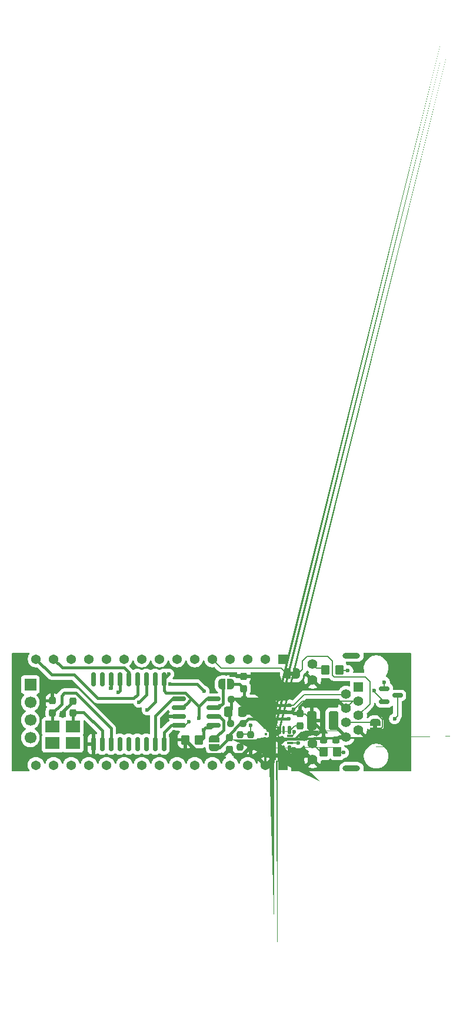
<source format=gbr>
%TF.GenerationSoftware,KiCad,Pcbnew,9.0.1*%
%TF.CreationDate,2025-09-14T13:33:30-04:00*%
%TF.ProjectId,can-nano-shield-fieldbus,63616e2d-6e61-46e6-9f2d-736869656c64,rev?*%
%TF.SameCoordinates,Original*%
%TF.FileFunction,Copper,L4,Bot*%
%TF.FilePolarity,Positive*%
%FSLAX46Y46*%
G04 Gerber Fmt 4.6, Leading zero omitted, Abs format (unit mm)*
G04 Created by KiCad (PCBNEW 9.0.1) date 2025-09-14 13:33:30*
%MOMM*%
%LPD*%
G01*
G04 APERTURE LIST*
G04 Aperture macros list*
%AMRoundRect*
0 Rectangle with rounded corners*
0 $1 Rounding radius*
0 $2 $3 $4 $5 $6 $7 $8 $9 X,Y pos of 4 corners*
0 Add a 4 corners polygon primitive as box body*
4,1,4,$2,$3,$4,$5,$6,$7,$8,$9,$2,$3,0*
0 Add four circle primitives for the rounded corners*
1,1,$1+$1,$2,$3*
1,1,$1+$1,$4,$5*
1,1,$1+$1,$6,$7*
1,1,$1+$1,$8,$9*
0 Add four rect primitives between the rounded corners*
20,1,$1+$1,$2,$3,$4,$5,0*
20,1,$1+$1,$4,$5,$6,$7,0*
20,1,$1+$1,$6,$7,$8,$9,0*
20,1,$1+$1,$8,$9,$2,$3,0*%
%AMFreePoly0*
4,1,23,0.500000,-0.750000,0.000000,-0.750000,0.000000,-0.745722,-0.065263,-0.745722,-0.191342,-0.711940,-0.304381,-0.646677,-0.396677,-0.554381,-0.461940,-0.441342,-0.495722,-0.315263,-0.495722,-0.250000,-0.500000,-0.250000,-0.500000,0.250000,-0.495722,0.250000,-0.495722,0.315263,-0.461940,0.441342,-0.396677,0.554381,-0.304381,0.646677,-0.191342,0.711940,-0.065263,0.745722,0.000000,0.745722,
0.000000,0.750000,0.500000,0.750000,0.500000,-0.750000,0.500000,-0.750000,$1*%
%AMFreePoly1*
4,1,23,0.000000,0.745722,0.065263,0.745722,0.191342,0.711940,0.304381,0.646677,0.396677,0.554381,0.461940,0.441342,0.495722,0.315263,0.495722,0.250000,0.500000,0.250000,0.500000,-0.250000,0.495722,-0.250000,0.495722,-0.315263,0.461940,-0.441342,0.396677,-0.554381,0.304381,-0.646677,0.191342,-0.711940,0.065263,-0.745722,0.000000,-0.745722,0.000000,-0.750000,-0.500000,-0.750000,
-0.500000,0.750000,0.000000,0.750000,0.000000,0.745722,0.000000,0.745722,$1*%
%AMFreePoly2*
4,1,153,0.705981,1.079903,0.710496,1.079000,0.716000,1.079000,0.716981,1.078903,0.726981,1.076903,0.727857,1.076642,0.742857,1.070642,0.743236,1.070472,0.747052,1.068564,0.751857,1.066642,0.753000,1.066000,0.756798,1.063151,0.761572,1.060287,0.762000,1.060000,0.766000,1.057000,0.766536,1.056536,0.770288,1.052784,0.774000,1.050000,0.775000,1.049000,0.777784,1.045288,
0.781536,1.041536,0.782000,1.041000,0.785000,1.037000,0.785287,1.036572,0.788151,1.031798,0.791000,1.028000,0.791642,1.026857,0.793564,1.022052,0.795472,1.018236,0.795642,1.017857,0.801642,1.002857,0.801903,1.001981,0.803903,0.991981,0.804000,0.991000,0.804000,0.985496,0.804903,0.980981,0.805000,0.980000,0.805000,-0.980000,0.804903,-0.980981,0.804000,-0.985496,
0.804000,-0.991000,0.803903,-0.991981,0.801903,-1.001981,0.801642,-1.002857,0.795642,-1.017857,0.795472,-1.018236,0.793564,-1.022052,0.791642,-1.026857,0.791000,-1.028000,0.788151,-1.031798,0.785287,-1.036572,0.785000,-1.037000,0.782000,-1.041000,0.781536,-1.041536,0.777784,-1.045288,0.775000,-1.049000,0.774000,-1.050000,0.770288,-1.052784,0.766536,-1.056536,0.766000,-1.057000,
0.762000,-1.060000,0.761572,-1.060287,0.756798,-1.063151,0.753000,-1.066000,0.751857,-1.066642,0.747052,-1.068564,0.743236,-1.070472,0.742857,-1.070642,0.727857,-1.076642,0.726981,-1.076903,0.716981,-1.078903,0.716000,-1.079000,0.710496,-1.079000,0.705981,-1.079903,0.705000,-1.080000,-0.705000,-1.080000,-0.705981,-1.079903,-0.710496,-1.079000,-0.716000,-1.079000,-0.716981,-1.078903,
-0.726981,-1.076903,-0.727857,-1.076642,-0.742857,-1.070642,-0.743236,-1.070472,-0.747052,-1.068564,-0.751857,-1.066642,-0.753000,-1.066000,-0.756798,-1.063151,-0.761572,-1.060287,-0.762000,-1.060000,-0.766000,-1.057000,-0.766536,-1.056536,-0.770288,-1.052784,-0.774000,-1.050000,-0.775000,-1.049000,-0.777784,-1.045288,-0.781536,-1.041536,-0.782000,-1.041000,-0.785000,-1.037000,-0.785287,-1.036572,
-0.788151,-1.031798,-0.791000,-1.028000,-0.791642,-1.026857,-0.793564,-1.022052,-0.795472,-1.018236,-0.795642,-1.017857,-0.801642,-1.002857,-0.801903,-1.001981,-0.803903,-0.991981,-0.804000,-0.991000,-0.804000,-0.985496,-0.804903,-0.980981,-0.805000,-0.980000,-0.805000,0.980000,-0.804903,0.980981,-0.804000,0.985496,-0.804000,0.991000,-0.803903,0.991981,-0.801903,1.001981,-0.801642,1.002857,
-0.795642,1.017857,-0.795472,1.018236,-0.793564,1.022052,-0.791642,1.026857,-0.791000,1.028000,-0.788151,1.031798,-0.785287,1.036572,-0.785000,1.037000,-0.782000,1.041000,-0.781536,1.041536,-0.777784,1.045288,-0.775000,1.049000,-0.774000,1.050000,-0.770288,1.052784,-0.766536,1.056536,-0.766000,1.057000,-0.762000,1.060000,-0.761572,1.060287,-0.756798,1.063151,-0.753000,1.066000,
-0.751857,1.066642,-0.747052,1.068564,-0.743236,1.070472,-0.742857,1.070642,-0.727857,1.076642,-0.726981,1.076903,-0.716981,1.078903,-0.716000,1.079000,-0.710496,1.079000,-0.705981,1.079903,-0.705000,1.080000,0.705000,1.080000,0.705981,1.079903,0.705981,1.079903,$1*%
%AMFreePoly3*
4,1,255,0.185981,2.074903,0.190496,2.074000,0.196000,2.074000,0.196981,2.073903,0.206981,2.071903,0.207857,2.071642,0.222857,2.065642,0.223236,2.065472,0.227052,2.063564,0.231857,2.061642,0.233000,2.061000,0.236798,2.058151,0.241572,2.055287,0.242000,2.055000,0.246000,2.052000,0.246536,2.051536,0.250288,2.047784,0.254000,2.045000,0.255000,2.044000,0.257784,2.040288,
0.261536,2.036536,0.262000,2.036000,0.265000,2.032000,0.265287,2.031572,0.268151,2.026798,0.271000,2.023000,0.271642,2.021857,0.273564,2.017052,0.275472,2.013236,0.275642,2.012857,0.281642,1.997857,0.281903,1.996981,0.283903,1.986981,0.284000,1.986000,0.284000,1.980496,0.284903,1.975981,0.285000,1.975000,0.285000,-1.446000,0.284472,-1.448236,0.284000,-1.449180,
0.284000,-1.450000,0.283472,-1.452236,0.282000,-1.455180,0.282000,-1.456000,0.281472,-1.458236,0.278472,-1.464236,0.277536,-1.465536,0.275108,-1.467964,0.274472,-1.469236,0.272236,-1.471472,0.271726,-1.471726,0.271472,-1.472236,0.269236,-1.474472,0.267964,-1.475108,0.265536,-1.477536,0.264236,-1.478472,0.258236,-1.481472,0.256000,-1.482000,0.255180,-1.482000,0.252236,-1.483472,
0.250000,-1.484000,0.249180,-1.484000,0.248236,-1.484472,0.246000,-1.485000,0.235180,-1.485000,0.234236,-1.485472,0.232000,-1.486000,0.231180,-1.486000,0.228236,-1.487472,0.226000,-1.488000,0.225180,-1.488000,0.220964,-1.490108,0.218536,-1.492536,0.217236,-1.493472,0.216726,-1.493726,0.216472,-1.494236,0.214236,-1.496472,0.213726,-1.496726,0.213472,-1.497236,0.212536,-1.498536,
0.210108,-1.500964,0.208000,-1.505180,0.208000,-1.506000,0.207472,-1.508236,0.206000,-1.511180,0.206000,-1.512000,0.205472,-1.514236,0.205000,-1.515180,0.205000,-2.415000,0.204903,-2.415981,0.204000,-2.420496,0.204000,-2.426000,0.203903,-2.426981,0.201903,-2.436981,0.201642,-2.437857,0.195642,-2.452857,0.195472,-2.453236,0.193564,-2.457052,0.191642,-2.461857,0.191000,-2.463000,
0.188151,-2.466798,0.185287,-2.471572,0.185000,-2.472000,0.182000,-2.476000,0.181536,-2.476536,0.177784,-2.480288,0.175000,-2.484000,0.174000,-2.485000,0.170288,-2.487784,0.166536,-2.491536,0.166000,-2.492000,0.162000,-2.495000,0.161572,-2.495287,0.156798,-2.498151,0.153000,-2.501000,0.151857,-2.501642,0.147052,-2.503564,0.143236,-2.505472,0.142857,-2.505642,0.127857,-2.511642,
0.126981,-2.511903,0.116981,-2.513903,0.116000,-2.514000,0.110496,-2.514000,0.105981,-2.514903,0.105000,-2.515000,-0.105000,-2.515000,-0.105981,-2.514903,-0.110496,-2.514000,-0.116000,-2.514000,-0.116981,-2.513903,-0.126981,-2.511903,-0.127857,-2.511642,-0.142857,-2.505642,-0.143236,-2.505472,-0.147052,-2.503564,-0.151857,-2.501642,-0.153000,-2.501000,-0.156798,-2.498151,-0.161572,-2.495287,
-0.162000,-2.495000,-0.166000,-2.492000,-0.166536,-2.491536,-0.170288,-2.487784,-0.174000,-2.485000,-0.175000,-2.484000,-0.177784,-2.480288,-0.181536,-2.476536,-0.182000,-2.476000,-0.185000,-2.472000,-0.185287,-2.471572,-0.188151,-2.466798,-0.191000,-2.463000,-0.191642,-2.461857,-0.193564,-2.457052,-0.195472,-2.453236,-0.195642,-2.452857,-0.201642,-2.437857,-0.201903,-2.436981,-0.203903,-2.426981,
-0.204000,-2.426000,-0.204000,-2.420496,-0.204903,-2.415981,-0.205000,-2.415000,-0.205000,-1.515180,-0.205472,-1.514236,-0.206000,-1.512000,-0.206000,-1.511180,-0.207472,-1.508236,-0.208000,-1.506000,-0.208000,-1.505180,-0.210108,-1.500964,-0.212536,-1.498536,-0.213472,-1.497236,-0.213726,-1.496726,-0.214236,-1.496472,-0.216472,-1.494236,-0.216726,-1.493726,-0.217236,-1.493472,-0.218536,-1.492536,
-0.220964,-1.490108,-0.225180,-1.488000,-0.226000,-1.488000,-0.228236,-1.487472,-0.231180,-1.486000,-0.232000,-1.486000,-0.234236,-1.485472,-0.235180,-1.485000,-0.246000,-1.485000,-0.248236,-1.484472,-0.249180,-1.484000,-0.250000,-1.484000,-0.252236,-1.483472,-0.255180,-1.482000,-0.256000,-1.482000,-0.258236,-1.481472,-0.264236,-1.478472,-0.265536,-1.477536,-0.267964,-1.475108,-0.269236,-1.474472,
-0.271472,-1.472236,-0.271726,-1.471726,-0.272236,-1.471472,-0.274472,-1.469236,-0.275108,-1.467964,-0.277536,-1.465536,-0.278472,-1.464236,-0.281472,-1.458236,-0.282000,-1.456000,-0.282000,-1.455180,-0.283472,-1.452236,-0.284000,-1.450000,-0.284000,-1.449180,-0.284472,-1.448236,-0.285000,-1.446000,-0.285000,1.975000,-0.284903,1.975981,-0.284000,1.980496,-0.284000,1.986000,-0.283903,1.986981,
-0.281903,1.996981,-0.281642,1.997857,-0.275642,2.012857,-0.275472,2.013236,-0.273564,2.017052,-0.271642,2.021857,-0.271000,2.023000,-0.268151,2.026798,-0.265287,2.031572,-0.265000,2.032000,-0.262000,2.036000,-0.261536,2.036536,-0.257784,2.040288,-0.255000,2.044000,-0.254000,2.045000,-0.250288,2.047784,-0.246536,2.051536,-0.246000,2.052000,-0.242000,2.055000,-0.241572,2.055287,
-0.236798,2.058151,-0.233000,2.061000,-0.231857,2.061642,-0.227052,2.063564,-0.223236,2.065472,-0.222857,2.065642,-0.207857,2.071642,-0.206981,2.071903,-0.196981,2.073903,-0.196000,2.074000,-0.190496,2.074000,-0.185981,2.074903,-0.185000,2.075000,0.185000,2.075000,0.185981,2.074903,0.185981,2.074903,$1*%
G04 Aperture macros list end*
%TA.AperFunction,EtchedComponent*%
%ADD10C,0.000000*%
%TD*%
%TA.AperFunction,ComponentPad*%
%ADD11R,1.400000X1.400000*%
%TD*%
%TA.AperFunction,ComponentPad*%
%ADD12C,1.400000*%
%TD*%
%TA.AperFunction,ComponentPad*%
%ADD13O,2.500000X0.800000*%
%TD*%
%TA.AperFunction,ComponentPad*%
%ADD14R,1.370000X1.370000*%
%TD*%
%TA.AperFunction,ComponentPad*%
%ADD15C,1.370000*%
%TD*%
%TA.AperFunction,SMDPad,CuDef*%
%ADD16RoundRect,0.150000X-0.587500X-0.150000X0.587500X-0.150000X0.587500X0.150000X-0.587500X0.150000X0*%
%TD*%
%TA.AperFunction,SMDPad,CuDef*%
%ADD17RoundRect,0.250000X0.412500X1.100000X-0.412500X1.100000X-0.412500X-1.100000X0.412500X-1.100000X0*%
%TD*%
%TA.AperFunction,SMDPad,CuDef*%
%ADD18R,2.100000X1.800000*%
%TD*%
%TA.AperFunction,SMDPad,CuDef*%
%ADD19RoundRect,0.237500X0.300000X0.237500X-0.300000X0.237500X-0.300000X-0.237500X0.300000X-0.237500X0*%
%TD*%
%TA.AperFunction,SMDPad,CuDef*%
%ADD20FreePoly0,0.000000*%
%TD*%
%TA.AperFunction,SMDPad,CuDef*%
%ADD21FreePoly1,0.000000*%
%TD*%
%TA.AperFunction,SMDPad,CuDef*%
%ADD22RoundRect,0.250000X0.350000X0.450000X-0.350000X0.450000X-0.350000X-0.450000X0.350000X-0.450000X0*%
%TD*%
%TA.AperFunction,SMDPad,CuDef*%
%ADD23RoundRect,0.237500X0.237500X-0.300000X0.237500X0.300000X-0.237500X0.300000X-0.237500X-0.300000X0*%
%TD*%
%TA.AperFunction,SMDPad,CuDef*%
%ADD24FreePoly0,90.000000*%
%TD*%
%TA.AperFunction,SMDPad,CuDef*%
%ADD25FreePoly1,90.000000*%
%TD*%
%TA.AperFunction,SMDPad,CuDef*%
%ADD26RoundRect,0.237500X-0.250000X-0.237500X0.250000X-0.237500X0.250000X0.237500X-0.250000X0.237500X0*%
%TD*%
%TA.AperFunction,SMDPad,CuDef*%
%ADD27FreePoly0,270.000000*%
%TD*%
%TA.AperFunction,SMDPad,CuDef*%
%ADD28FreePoly1,270.000000*%
%TD*%
%TA.AperFunction,SMDPad,CuDef*%
%ADD29RoundRect,0.237500X-0.237500X0.250000X-0.237500X-0.250000X0.237500X-0.250000X0.237500X0.250000X0*%
%TD*%
%TA.AperFunction,SMDPad,CuDef*%
%ADD30RoundRect,0.162500X-0.447500X-0.162500X0.447500X-0.162500X0.447500X0.162500X-0.447500X0.162500X0*%
%TD*%
%TA.AperFunction,SMDPad,CuDef*%
%ADD31RoundRect,0.150000X-0.825000X-0.150000X0.825000X-0.150000X0.825000X0.150000X-0.825000X0.150000X0*%
%TD*%
%TA.AperFunction,SMDPad,CuDef*%
%ADD32RoundRect,0.105750X0.129250X-0.506750X0.129250X0.506750X-0.129250X0.506750X-0.129250X-0.506750X0*%
%TD*%
%TA.AperFunction,SMDPad,CuDef*%
%ADD33RoundRect,0.105000X0.070000X-0.495000X0.070000X0.495000X-0.070000X0.495000X-0.070000X-0.495000X0*%
%TD*%
%TA.AperFunction,ComponentPad*%
%ADD34C,0.400000*%
%TD*%
%TA.AperFunction,SMDPad,CuDef*%
%ADD35FreePoly2,90.000000*%
%TD*%
%TA.AperFunction,SMDPad,CuDef*%
%ADD36RoundRect,0.105000X0.345000X-0.070000X0.345000X0.070000X-0.345000X0.070000X-0.345000X-0.070000X0*%
%TD*%
%TA.AperFunction,SMDPad,CuDef*%
%ADD37FreePoly3,90.000000*%
%TD*%
%TA.AperFunction,ComponentPad*%
%ADD38R,1.700000X1.700000*%
%TD*%
%TA.AperFunction,ComponentPad*%
%ADD39C,1.700000*%
%TD*%
%TA.AperFunction,SMDPad,CuDef*%
%ADD40RoundRect,0.237500X0.237500X-0.250000X0.237500X0.250000X-0.237500X0.250000X-0.237500X-0.250000X0*%
%TD*%
%TA.AperFunction,SMDPad,CuDef*%
%ADD41RoundRect,0.250000X-0.337500X-0.475000X0.337500X-0.475000X0.337500X0.475000X-0.337500X0.475000X0*%
%TD*%
%TA.AperFunction,SMDPad,CuDef*%
%ADD42RoundRect,0.237500X0.250000X0.237500X-0.250000X0.237500X-0.250000X-0.237500X0.250000X-0.237500X0*%
%TD*%
%TA.AperFunction,SMDPad,CuDef*%
%ADD43RoundRect,0.150000X0.150000X-0.875000X0.150000X0.875000X-0.150000X0.875000X-0.150000X-0.875000X0*%
%TD*%
%TA.AperFunction,ViaPad*%
%ADD44C,0.600000*%
%TD*%
%TA.AperFunction,Conductor*%
%ADD45C,0.400000*%
%TD*%
%TA.AperFunction,Conductor*%
%ADD46C,0.500000*%
%TD*%
%TA.AperFunction,Conductor*%
%ADD47C,0.200000*%
%TD*%
%TA.AperFunction,Conductor*%
%ADD48C,0.350000*%
%TD*%
%TA.AperFunction,Conductor*%
%ADD49C,0.800000*%
%TD*%
%TA.AperFunction,Conductor*%
%ADD50C,0.300000*%
%TD*%
%TA.AperFunction,Conductor*%
%ADD51C,0.750000*%
%TD*%
G04 APERTURE END LIST*
D10*
%TA.AperFunction,EtchedComponent*%
%TO.C,JP8*%
G36*
X152900000Y-87100000D02*
G01*
X152400000Y-87100000D01*
X152400000Y-86500000D01*
X152900000Y-86500000D01*
X152900000Y-87100000D01*
G37*
%TD.AperFunction*%
%TA.AperFunction,EtchedComponent*%
%TO.C,JP9*%
G36*
X164950000Y-94700000D02*
G01*
X164350000Y-94700000D01*
X164350000Y-94200000D01*
X164950000Y-94200000D01*
X164950000Y-94700000D01*
G37*
%TD.AperFunction*%
%TD*%
D11*
%TO.P,J4,1*%
%TO.N,/CAN_H*%
X162260000Y-88730000D03*
D12*
%TO.P,J4,2*%
%TO.N,/CAN_L*%
X160480000Y-89750000D03*
%TO.P,J4,3*%
%TO.N,GND*%
X162260000Y-90770000D03*
%TO.P,J4,4*%
X160480000Y-91790000D03*
%TO.P,J4,5*%
%TO.N,/CAN_ESTOP*%
X162260000Y-92810000D03*
%TO.P,J4,6*%
%TO.N,/CAN_SHLD*%
X160480000Y-93830000D03*
%TO.P,J4,7*%
%TO.N,GND*%
X162260000Y-94850000D03*
%TO.P,J4,8*%
%TO.N,/CAN_V+*%
X160480000Y-95870000D03*
%TO.P,J4,9*%
%TO.N,GND*%
X155660000Y-99160000D03*
%TO.P,J4,10*%
%TO.N,/LED_PWR*%
X155660000Y-96870000D03*
%TO.P,J4,11*%
%TO.N,GND*%
X155660000Y-87730000D03*
%TO.P,J4,12*%
%TO.N,/LED_TX*%
X155660000Y-85440000D03*
D13*
%TO.P,J4,13*%
%TO.N,N/C*%
X161240000Y-84200000D03*
%TO.P,J4,14*%
X161240000Y-100400000D03*
%TD*%
D14*
%TO.P,J2,01,01*%
%TO.N,unconnected-(J2-Pad01)*%
X151400000Y-99930000D03*
D15*
%TO.P,J2,02,02*%
%TO.N,GND*%
X148860000Y-99930000D03*
%TO.P,J2,03,03*%
%TO.N,/RST2*%
X146320000Y-99930000D03*
%TO.P,J2,04,04*%
%TO.N,+5V*%
X143780000Y-99930000D03*
%TO.P,J2,05,05*%
%TO.N,/A7*%
X141240000Y-99930000D03*
%TO.P,J2,06,06*%
%TO.N,/A6*%
X138700000Y-99930000D03*
%TO.P,J2,07,07*%
%TO.N,/A5*%
X136160000Y-99930000D03*
%TO.P,J2,08,08*%
%TO.N,/A4*%
X133620000Y-99930000D03*
%TO.P,J2,09,09*%
%TO.N,/A3*%
X131080000Y-99930000D03*
%TO.P,J2,10,10*%
%TO.N,/A2*%
X128540000Y-99930000D03*
%TO.P,J2,11,11*%
%TO.N,/A1*%
X126000000Y-99930000D03*
%TO.P,J2,12,12*%
%TO.N,/A0*%
X123460000Y-99930000D03*
%TO.P,J2,13,13*%
%TO.N,/AREF*%
X120920000Y-99930000D03*
%TO.P,J2,14,14*%
%TO.N,+3V3*%
X118380000Y-99930000D03*
%TO.P,J2,15,15*%
%TO.N,/SCK*%
X115840000Y-99930000D03*
%TD*%
D14*
%TO.P,J1,01,01*%
%TO.N,/D1*%
X151405000Y-84700000D03*
D15*
%TO.P,J1,02,02*%
%TO.N,/D0*%
X148865000Y-84700000D03*
%TO.P,J1,03,03*%
%TO.N,/RST1*%
X146325000Y-84700000D03*
%TO.P,J1,04,04*%
%TO.N,GND*%
X143785000Y-84700000D03*
%TO.P,J1,05,05*%
%TO.N,/ESTOP*%
X141245000Y-84700000D03*
%TO.P,J1,06,06*%
%TO.N,/CAN_INT_DEFAULT*%
X138705000Y-84700000D03*
%TO.P,J1,07,07*%
%TO.N,/CAN_CS_DEFAULT*%
X136165000Y-84700000D03*
%TO.P,J1,08,08*%
%TO.N,/D5*%
X133625000Y-84700000D03*
%TO.P,J1,09,09*%
%TO.N,/D6*%
X131085000Y-84700000D03*
%TO.P,J1,10,10*%
%TO.N,/D7*%
X128545000Y-84700000D03*
%TO.P,J1,11,11*%
%TO.N,/D8*%
X126005000Y-84700000D03*
%TO.P,J1,12,12*%
%TO.N,/D9*%
X123465000Y-84700000D03*
%TO.P,J1,13,13*%
%TO.N,/D10*%
X120925000Y-84700000D03*
%TO.P,J1,14,14*%
%TO.N,/MOSI*%
X118385000Y-84700000D03*
%TO.P,J1,15,15*%
%TO.N,/MISO*%
X115845000Y-84700000D03*
%TD*%
D16*
%TO.P,Q1,1,G*%
%TO.N,/CAN_TX*%
X165987500Y-90862500D03*
%TO.P,Q1,2,S*%
%TO.N,Net-(Q1-S)*%
X165987500Y-88962500D03*
%TO.P,Q1,3,D*%
%TO.N,VCC*%
X167862500Y-89912500D03*
%TD*%
D17*
%TO.P,C6,1*%
%TO.N,/CAN_V+*%
X158662500Y-93500000D03*
%TO.P,C6,2*%
%TO.N,GND*%
X155537500Y-93500000D03*
%TD*%
D18*
%TO.P,Y1,1,1*%
%TO.N,/OSC2*%
X118225000Y-94425000D03*
%TO.P,Y1,2,2*%
%TO.N,/OSC1*%
X121125000Y-94425000D03*
%TO.P,Y1,3*%
%TO.N,N/C*%
X121125000Y-96725000D03*
%TO.P,Y1,4*%
X118225000Y-96725000D03*
%TD*%
D19*
%TO.P,C7,1*%
%TO.N,/CAN_V+*%
X158987500Y-96360000D03*
%TO.P,C7,2*%
%TO.N,GND*%
X157262500Y-96360000D03*
%TD*%
D20*
%TO.P,JP6,1,A*%
%TO.N,/CAN_L_IN*%
X142575000Y-88300000D03*
D21*
%TO.P,JP6,2,B*%
%TO.N,/CAN_L*%
X143875000Y-88300000D03*
%TD*%
D22*
%TO.P,R4,1*%
%TO.N,VCC*%
X159200000Y-98050000D03*
%TO.P,R4,2*%
%TO.N,/LED_PWR*%
X157200000Y-98050000D03*
%TD*%
D23*
%TO.P,C8,1*%
%TO.N,Net-(U3-RT)*%
X153850000Y-94262500D03*
%TO.P,C8,2*%
%TO.N,GND*%
X153850000Y-92537500D03*
%TD*%
D20*
%TO.P,JP8,1,A*%
%TO.N,/ESTOP*%
X152000000Y-86800000D03*
D21*
%TO.P,JP8,2,B*%
%TO.N,/CAN_ESTOP*%
X153300000Y-86800000D03*
%TD*%
D23*
%TO.P,C4,1*%
%TO.N,GND*%
X143660000Y-97722500D03*
%TO.P,C4,2*%
%TO.N,/CAN_H*%
X143660000Y-95997500D03*
%TD*%
D24*
%TO.P,JP9,1,A*%
%TO.N,GND*%
X164650000Y-95099999D03*
D25*
%TO.P,JP9,2,B*%
%TO.N,/CAN_SHLD*%
X164650000Y-93800001D03*
%TD*%
D23*
%TO.P,C2,1*%
%TO.N,/OSC1*%
X121150000Y-92437500D03*
%TO.P,C2,2*%
%TO.N,GND*%
X121150000Y-90712500D03*
%TD*%
D26*
%TO.P,Rt2,1*%
%TO.N,Net-(C3-Pad1)*%
X143950000Y-90500000D03*
%TO.P,Rt2,2*%
%TO.N,/CAN_L*%
X145775000Y-90500000D03*
%TD*%
D22*
%TO.P,R3,1*%
%TO.N,Net-(Q1-S)*%
X159510000Y-86240000D03*
%TO.P,R3,2*%
%TO.N,/LED_TX*%
X157510000Y-86240000D03*
%TD*%
D27*
%TO.P,JP5,1,A*%
%TO.N,/CAN_H_IN*%
X141510000Y-96140000D03*
D28*
%TO.P,JP5,2,B*%
%TO.N,/CAN_H*%
X141510000Y-97440000D03*
%TD*%
D29*
%TO.P,R6,1*%
%TO.N,Net-(U3-FB)*%
X146710000Y-95547500D03*
%TO.P,R6,2*%
%TO.N,GND*%
X146710000Y-97372500D03*
%TD*%
D30*
%TO.P,D1,1,1*%
%TO.N,/CAN_H*%
X148015000Y-93242500D03*
%TO.P,D1,2,2*%
%TO.N,/CAN_L*%
X148015000Y-91342500D03*
%TO.P,D1,3,3*%
%TO.N,GND*%
X150635000Y-92292500D03*
%TD*%
D23*
%TO.P,C1,1*%
%TO.N,/OSC2*%
X118200000Y-92425000D03*
%TO.P,C1,2*%
%TO.N,GND*%
X118200000Y-90700000D03*
%TD*%
D31*
%TO.P,U2,1,TXD*%
%TO.N,/CAN_TX*%
X136425000Y-94215000D03*
%TO.P,U2,2,GND*%
%TO.N,GND*%
X136425000Y-92945000D03*
%TO.P,U2,3,VCC*%
%TO.N,VCC*%
X136425000Y-91675000D03*
%TO.P,U2,4,RXD*%
%TO.N,/CAN_RX*%
X136425000Y-90405000D03*
%TO.P,U2,5,VIO*%
%TO.N,VCC*%
X141375000Y-90405000D03*
%TO.P,U2,6,CANL*%
%TO.N,/CAN_L_IN*%
X141375000Y-91675000D03*
%TO.P,U2,7,CANH*%
%TO.N,/CAN_H_IN*%
X141375000Y-92945000D03*
%TO.P,U2,8,S*%
%TO.N,/SILENT*%
X141375000Y-94215000D03*
%TD*%
D32*
%TO.P,U3,1,PGOOD*%
%TO.N,unconnected-(U3-PGOOD-Pad1)*%
X152290000Y-97647500D03*
D33*
%TO.P,U3,2,EN*%
%TO.N,/CAN_V+*%
X151480000Y-97660000D03*
%TO.P,U3,3,VIN*%
X150980000Y-97660000D03*
D34*
%TO.P,U3,3_1*%
X150980000Y-97989000D03*
%TO.P,U3,3_2*%
X150980000Y-97310000D03*
D35*
%TO.P,U3,4,VOUT*%
%TO.N,VCC*%
X149335000Y-97460000D03*
D34*
%TO.P,U3,4_1*%
X149780000Y-97990000D03*
%TO.P,U3,4_2*%
X149280000Y-97990000D03*
%TO.P,U3,4_3*%
X148780000Y-97990000D03*
%TO.P,U3,4_4*%
X149740000Y-97040000D03*
%TO.P,U3,4_5*%
X148920000Y-97040000D03*
D35*
%TO.P,U3,5,SW*%
%TO.N,Net-(U3-SW-Pad5)*%
X149335000Y-95060000D03*
D34*
%TO.P,U3,5_1*%
X149780000Y-94530000D03*
%TO.P,U3,5_2*%
X149280000Y-94530000D03*
%TO.P,U3,5_3*%
X148780000Y-94530000D03*
%TO.P,U3,5_4*%
X149740000Y-95480000D03*
%TO.P,U3,5_5*%
X148920000Y-95480000D03*
D33*
%TO.P,U3,6,SW*%
X150980000Y-94860000D03*
D34*
%TO.P,U3,6_1*%
X150780000Y-95209000D03*
%TO.P,U3,6_2*%
X150780000Y-94530000D03*
D33*
%TO.P,U3,7,BOOT*%
%TO.N,unconnected-(U3-BOOT-Pad7)*%
X151480000Y-94860000D03*
D32*
%TO.P,U3,8,VCC*%
%TO.N,Net-(U3-RT)*%
X152290000Y-94872500D03*
D36*
%TO.P,U3,9,FB*%
%TO.N,Net-(U3-FB)*%
X152390000Y-95760000D03*
D37*
%TO.P,U3,10,GND*%
%TO.N,GND*%
X150330000Y-96260000D03*
D34*
%TO.P,U3,10_2*%
X151560000Y-96260000D03*
%TO.P,U3,10_3*%
X150560000Y-96260000D03*
%TO.P,U3,10_4*%
X149560000Y-96260000D03*
%TO.P,U3,10_5*%
X148560000Y-96260000D03*
D36*
%TO.P,U3,11,RT*%
%TO.N,Net-(U3-RT)*%
X152390000Y-96760000D03*
%TD*%
D22*
%TO.P,R2,1*%
%TO.N,/SILENT*%
X139320000Y-96290000D03*
%TO.P,R2,2*%
%TO.N,GND*%
X137320000Y-96290000D03*
%TD*%
D38*
%TO.P,J3,1,Pin_1*%
%TO.N,/~{CAN_INT}*%
X115025000Y-88375000D03*
D39*
%TO.P,J3,2,Pin_2*%
%TO.N,/CAN_CS*%
X115025000Y-90915000D03*
%TO.P,J3,3,Pin_3*%
%TO.N,/CAN_RESET*%
X115025000Y-93455000D03*
%TO.P,J3,4,Pin_4*%
%TO.N,/SILENT*%
X115025000Y-95995000D03*
%TD*%
D40*
%TO.P,R5,1*%
%TO.N,VCC*%
X145190000Y-97365000D03*
%TO.P,R5,2*%
%TO.N,Net-(U3-FB)*%
X145190000Y-95540000D03*
%TD*%
D41*
%TO.P,C3,1*%
%TO.N,Net-(C3-Pad1)*%
X143500000Y-92275000D03*
%TO.P,C3,2*%
%TO.N,GND*%
X145575000Y-92275000D03*
%TD*%
D42*
%TO.P,Rt1,1*%
%TO.N,/CAN_H*%
X145637500Y-94000000D03*
%TO.P,Rt1,2*%
%TO.N,Net-(C3-Pad1)*%
X143812500Y-94000000D03*
%TD*%
D43*
%TO.P,U1,1,TXCAN*%
%TO.N,/CAN_TX*%
X134250000Y-96925000D03*
%TO.P,U1,2,RXCAN*%
%TO.N,/CAN_RX*%
X132980000Y-96925000D03*
%TO.P,U1,3,CLKOUT/SOF*%
%TO.N,unconnected-(U1-CLKOUT{slash}SOF-Pad3)*%
X131710000Y-96925000D03*
%TO.P,U1,4,~{TX0RTS}*%
%TO.N,unconnected-(U1-~{TX0RTS}-Pad4)*%
X130440000Y-96925000D03*
%TO.P,U1,5,~{TX1RTS}*%
%TO.N,unconnected-(U1-~{TX1RTS}-Pad5)*%
X129170000Y-96925000D03*
%TO.P,U1,6,~{TX2RTS}*%
%TO.N,unconnected-(U1-~{TX2RTS}-Pad6)*%
X127900000Y-96925000D03*
%TO.P,U1,7,OSC2*%
%TO.N,/OSC2*%
X126630000Y-96925000D03*
%TO.P,U1,8,OSC1*%
%TO.N,/OSC1*%
X125360000Y-96925000D03*
%TO.P,U1,9,VSS*%
%TO.N,GND*%
X124090000Y-96925000D03*
%TO.P,U1,10,~{RX1BF}*%
%TO.N,unconnected-(U1-~{RX1BF}-Pad10)*%
X124090000Y-87625000D03*
%TO.P,U1,11,~{RX0BF}*%
%TO.N,unconnected-(U1-~{RX0BF}-Pad11)*%
X125360000Y-87625000D03*
%TO.P,U1,12,~{INT}*%
%TO.N,/~{CAN_INT}*%
X126630000Y-87625000D03*
%TO.P,U1,13,SCK*%
%TO.N,/SCK*%
X127900000Y-87625000D03*
%TO.P,U1,14,SI*%
%TO.N,/MOSI*%
X129170000Y-87625000D03*
%TO.P,U1,15,SO*%
%TO.N,/MISO*%
X130440000Y-87625000D03*
%TO.P,U1,16,~{CS}*%
%TO.N,/CAN_CS*%
X131710000Y-87625000D03*
%TO.P,U1,17,~{RESET}*%
%TO.N,/CAN_RESET*%
X132980000Y-87625000D03*
%TO.P,U1,18,VDD*%
%TO.N,VCC*%
X134250000Y-87625000D03*
%TD*%
D23*
%TO.P,C5,1*%
%TO.N,/CAN_L*%
X145750000Y-88925000D03*
%TO.P,C5,2*%
%TO.N,GND*%
X145750000Y-87200000D03*
%TD*%
D44*
%TO.N,GND*%
X131375000Y-95100000D03*
X135725000Y-95175000D03*
X143919347Y-87045000D03*
X152931303Y-91943052D03*
X148420000Y-89278700D03*
X119590000Y-92430000D03*
X150825000Y-90478700D03*
X162290000Y-86230000D03*
X156392831Y-95392831D03*
X134125000Y-93575000D03*
X116780000Y-91820000D03*
X164370000Y-92030000D03*
%TO.N,/CAN_H*%
X152210000Y-93260000D03*
%TO.N,/CAN_L*%
X152350000Y-91330000D03*
%TO.N,/SILENT*%
X139925000Y-94875000D03*
%TO.N,/CAN_CS*%
X130650000Y-90875000D03*
%TO.N,/~{CAN_INT}*%
X140000000Y-89300000D03*
X126610000Y-88875000D03*
X135150000Y-88300000D03*
%TO.N,/CAN_RESET*%
X131862500Y-91987500D03*
%TO.N,/SCK*%
X127700000Y-89450000D03*
%TO.N,/CAN_TX*%
X137837500Y-93712500D03*
X164501000Y-89230000D03*
%TO.N,/CAN_H_IN*%
X142245000Y-92945000D03*
%TO.N,/CAN_L_IN*%
X142362500Y-91437500D03*
%TO.N,Net-(Q1-S)*%
X160710000Y-86360000D03*
X165980000Y-88020000D03*
%TO.N,VCC*%
X167448870Y-93277355D03*
X134950000Y-86850000D03*
X160100000Y-98125000D03*
X139250000Y-93175000D03*
X145190000Y-97365000D03*
X149335000Y-97460000D03*
%TO.N,Net-(U3-FB)*%
X153037500Y-95152500D03*
X146730000Y-94215000D03*
%TO.N,Net-(U3-RT)*%
X153850000Y-94262500D03*
X153600000Y-96740000D03*
%TD*%
D45*
%TO.N,Net-(C3-Pad1)*%
X143650000Y-92425000D02*
X143500000Y-92275000D01*
X144125000Y-90325000D02*
X143950000Y-90500000D01*
X143950000Y-91825000D02*
X143500000Y-92275000D01*
X143812500Y-94000000D02*
X143650000Y-93837500D01*
X143950000Y-90500000D02*
X143950000Y-91825000D01*
X143650000Y-93837500D02*
X143650000Y-92425000D01*
%TO.N,GND*%
X157262500Y-95225000D02*
X155537500Y-93500000D01*
X157262500Y-96360000D02*
X157262500Y-95225000D01*
D46*
X144377500Y-98440000D02*
X143660000Y-97722500D01*
D47*
X160480000Y-91790000D02*
X160470000Y-91790000D01*
D48*
X153120000Y-96260000D02*
X154030000Y-95350000D01*
D46*
X145642500Y-98440000D02*
X144377500Y-98440000D01*
X146710000Y-97372500D02*
X147117500Y-97372500D01*
D47*
X153016923Y-91943052D02*
X154189975Y-90770000D01*
D45*
X134755000Y-92945000D02*
X134125000Y-93575000D01*
D48*
X154030000Y-95350000D02*
X154375000Y-95350000D01*
D46*
X148230000Y-96260000D02*
X148560000Y-96260000D01*
D45*
X152564380Y-92309975D02*
X150652475Y-92309975D01*
D49*
X150635000Y-92292500D02*
X150642500Y-92300000D01*
D50*
X155160000Y-98660000D02*
X155660000Y-99160000D01*
D46*
X142932500Y-98450000D02*
X139480000Y-98450000D01*
D45*
X150652475Y-92309975D02*
X150635000Y-92292500D01*
D51*
X145575000Y-92275000D02*
X146925000Y-92275000D01*
D47*
X164650000Y-95099999D02*
X165032754Y-95099999D01*
X154189975Y-90770000D02*
X159450000Y-90770000D01*
X165706000Y-93366000D02*
X164370000Y-92030000D01*
D50*
X148860000Y-98830000D02*
X149030000Y-98660000D01*
D51*
X146925000Y-92275000D02*
X150617500Y-92275000D01*
D48*
X152630000Y-96260000D02*
X153120000Y-96260000D01*
D45*
X136425000Y-92945000D02*
X134755000Y-92945000D01*
D47*
X160480000Y-91790000D02*
X161500000Y-90770000D01*
X165032754Y-95099999D02*
X165706000Y-94426753D01*
X160470000Y-91790000D02*
X159450000Y-90770000D01*
D45*
X143919347Y-87045000D02*
X145595000Y-87045000D01*
X145595000Y-87045000D02*
X145750000Y-87200000D01*
D47*
X152620000Y-96250000D02*
X152630000Y-96260000D01*
X152931303Y-91943052D02*
X153016923Y-91943052D01*
D46*
X154375000Y-95350000D02*
X155375000Y-95350000D01*
D47*
X159450000Y-90770000D02*
X162260000Y-90770000D01*
X161500000Y-90770000D02*
X162260000Y-90770000D01*
D46*
X143660000Y-97722500D02*
X142932500Y-98450000D01*
D47*
X165706000Y-94426753D02*
X165706000Y-93366000D01*
D46*
X146710000Y-97372500D02*
X145642500Y-98440000D01*
D45*
X121150000Y-90712500D02*
X121150000Y-90870000D01*
X121150000Y-90870000D02*
X119590000Y-92430000D01*
D46*
X155375000Y-93475000D02*
X155375000Y-95350000D01*
X139480000Y-98450000D02*
X137320000Y-96290000D01*
D47*
X153850000Y-92600000D02*
X154637500Y-92600000D01*
D46*
X147117500Y-97372500D02*
X148230000Y-96260000D01*
D50*
X155310000Y-88080000D02*
X155660000Y-87730000D01*
D46*
X156392831Y-95392831D02*
X156350000Y-95350000D01*
D50*
X149030000Y-98660000D02*
X155160000Y-98660000D01*
X148860000Y-99930000D02*
X148860000Y-98830000D01*
D46*
X156350000Y-95350000D02*
X155375000Y-95350000D01*
D45*
X152931303Y-91943052D02*
X152564380Y-92309975D01*
D47*
X154637500Y-92600000D02*
X155537500Y-93500000D01*
%TO.N,/ESTOP*%
X142505000Y-85960000D02*
X141245000Y-84700000D01*
X152000000Y-86800000D02*
X151160000Y-85960000D01*
D45*
X141275000Y-84720000D02*
X141245000Y-84690000D01*
D47*
X151160000Y-85960000D02*
X142505000Y-85960000D01*
D45*
%TO.N,/CAN_H*%
X150675000Y-93242500D02*
X152215000Y-93242500D01*
X143660000Y-95550000D02*
X143660000Y-95997500D01*
X148015000Y-93242500D02*
X150675000Y-93242500D01*
X145637500Y-93962500D02*
X146357500Y-93242500D01*
X145210000Y-94000000D02*
X143660000Y-95550000D01*
X142217500Y-97440000D02*
X141510000Y-97440000D01*
X146357500Y-93242500D02*
X148015000Y-93242500D01*
X143660000Y-95997500D02*
X142217500Y-97440000D01*
X145637500Y-94000000D02*
X145210000Y-94000000D01*
X145637500Y-94000000D02*
X145637500Y-93962500D01*
%TO.N,/CAN_L*%
X148015000Y-91342500D02*
X152382500Y-91342500D01*
X148015000Y-91342500D02*
X147172500Y-90500000D01*
X145775000Y-88950000D02*
X145775000Y-90500000D01*
D47*
X154475000Y-89800000D02*
X152945000Y-91330000D01*
X160430000Y-89800000D02*
X154475000Y-89800000D01*
X160480000Y-89750000D02*
X160430000Y-89800000D01*
D45*
X145125000Y-88300000D02*
X145775000Y-88950000D01*
D47*
X152945000Y-91330000D02*
X152350000Y-91330000D01*
D45*
X147172500Y-90500000D02*
X145775000Y-90500000D01*
X143875000Y-88300000D02*
X145125000Y-88300000D01*
%TO.N,/OSC2*%
X119525000Y-91125000D02*
X118225000Y-92425000D01*
X126630000Y-96925000D02*
X126630000Y-94680000D01*
X119525000Y-89975000D02*
X119525000Y-91125000D01*
X118200000Y-92362500D02*
X118212500Y-92362500D01*
X118225000Y-92387500D02*
X118200000Y-92362500D01*
X118225000Y-94425000D02*
X118225000Y-92387500D01*
X121550000Y-89600000D02*
X119900000Y-89600000D01*
X119900000Y-89600000D02*
X119525000Y-89975000D01*
X118225000Y-92425000D02*
X118200000Y-92425000D01*
X126630000Y-94680000D02*
X121550000Y-89600000D01*
%TO.N,/OSC1*%
X121125000Y-94425000D02*
X121125000Y-92537500D01*
X122712500Y-92337500D02*
X125360000Y-94985000D01*
X121325000Y-92337500D02*
X122712500Y-92337500D01*
X125360000Y-94985000D02*
X125360000Y-96925000D01*
X121125000Y-92537500D02*
X121325000Y-92337500D01*
%TO.N,/SILENT*%
X139660000Y-96290000D02*
X139320000Y-96290000D01*
X140210000Y-94590000D02*
X141000000Y-94590000D01*
X141000000Y-94590000D02*
X141375000Y-94215000D01*
X139925000Y-94875000D02*
X140210000Y-94590000D01*
X139925000Y-94875000D02*
X139925000Y-96025000D01*
X139925000Y-96025000D02*
X139660000Y-96290000D01*
%TO.N,/CAN_CS*%
X130650000Y-90875000D02*
X131710000Y-89815000D01*
X131710000Y-89815000D02*
X131710000Y-87625000D01*
%TO.N,/~{CAN_INT}*%
X140000000Y-89300000D02*
X139000000Y-88300000D01*
X139000000Y-88300000D02*
X135150000Y-88300000D01*
X126630000Y-88855000D02*
X126630000Y-87625000D01*
X126610000Y-88875000D02*
X126630000Y-88855000D01*
%TO.N,/CAN_RESET*%
X131862500Y-91987500D02*
X132980000Y-90870000D01*
X132980000Y-90870000D02*
X132980000Y-87625000D01*
%TO.N,/CAN_RX*%
X132980000Y-92875001D02*
X135450001Y-90405000D01*
X132980000Y-96925000D02*
X132980000Y-92875001D01*
X135450001Y-90405000D02*
X136425000Y-90405000D01*
%TO.N,/MISO*%
X115845000Y-84720000D02*
X118100000Y-86975000D01*
X124725000Y-90350000D02*
X129875000Y-90350000D01*
X115845000Y-84690000D02*
X115845000Y-84720000D01*
X129875000Y-90350000D02*
X130440000Y-89785000D01*
X130440000Y-89785000D02*
X130440000Y-87625000D01*
X121350000Y-86975000D02*
X124725000Y-90350000D01*
X118100000Y-86975000D02*
X121350000Y-86975000D01*
%TO.N,/SCK*%
X127900000Y-89250000D02*
X127900000Y-87625000D01*
X127700000Y-89450000D02*
X127900000Y-89250000D01*
%TO.N,/MOSI*%
X119635000Y-85940000D02*
X118385000Y-84690000D01*
X128509999Y-85940000D02*
X119635000Y-85940000D01*
X129170000Y-86600001D02*
X128509999Y-85940000D01*
X129170000Y-87625000D02*
X129170000Y-86600001D01*
D47*
%TO.N,/CAN_TX*%
X164501000Y-89376000D02*
X164501000Y-89230000D01*
X137837500Y-93712500D02*
X137335000Y-94215000D01*
X165987500Y-90862500D02*
X164501000Y-89376000D01*
D45*
X135285000Y-94215000D02*
X136425000Y-94215000D01*
D47*
X137335000Y-94215000D02*
X136425000Y-94215000D01*
D45*
X134250000Y-96925000D02*
X134250000Y-95250000D01*
X134250000Y-95250000D02*
X135285000Y-94215000D01*
%TO.N,/CAN_H_IN*%
X142245000Y-92945000D02*
X142825000Y-93525000D01*
X142825000Y-94900000D02*
X142375000Y-95350000D01*
X142825000Y-93525000D02*
X142825000Y-94900000D01*
X142300000Y-95350000D02*
X141510000Y-96140000D01*
X142245000Y-92945000D02*
X141375000Y-92945000D01*
X142375000Y-95350000D02*
X142300000Y-95350000D01*
%TO.N,/CAN_L_IN*%
X142751000Y-88476000D02*
X142575000Y-88300000D01*
X142362500Y-91437500D02*
X142125000Y-91675000D01*
X142125000Y-91675000D02*
X141375000Y-91675000D01*
X142751000Y-91049000D02*
X142751000Y-88476000D01*
X142362500Y-91437500D02*
X142751000Y-91049000D01*
D47*
%TO.N,/CAN_SHLD*%
X160480000Y-93830000D02*
X164620001Y-93830000D01*
X164620001Y-93830000D02*
X164650000Y-93800001D01*
%TO.N,/CAN_ESTOP*%
X157800000Y-84300000D02*
X154900000Y-84300000D01*
X153600000Y-86800000D02*
X153300000Y-86800000D01*
X154200000Y-86200000D02*
X153600000Y-86800000D01*
X163901000Y-87933900D02*
X163227100Y-87260000D01*
X158500000Y-87030000D02*
X158500000Y-85000000D01*
X154900000Y-84300000D02*
X154200000Y-85000000D01*
X154200000Y-85000000D02*
X154200000Y-86200000D01*
X162260000Y-92810000D02*
X163901000Y-91169000D01*
X158730000Y-87260000D02*
X158500000Y-87030000D01*
X163901000Y-91169000D02*
X163901000Y-87933900D01*
X163227100Y-87260000D02*
X158730000Y-87260000D01*
X158500000Y-85000000D02*
X157800000Y-84300000D01*
%TO.N,/LED_TX*%
X157500000Y-86000000D02*
X156220000Y-86000000D01*
X156220000Y-86000000D02*
X155660000Y-85440000D01*
D46*
%TO.N,/CAN_V+*%
X160480000Y-95870000D02*
X159477500Y-95870000D01*
X158500000Y-93890000D02*
X158500000Y-93475000D01*
X159477500Y-95870000D02*
X158987500Y-96360000D01*
X160480000Y-95870000D02*
X158500000Y-93890000D01*
D45*
X150980000Y-97660000D02*
X151480000Y-97660000D01*
D47*
%TO.N,/LED_PWR*%
X155660000Y-96870000D02*
X156810000Y-98020000D01*
%TO.N,Net-(Q1-S)*%
X165987500Y-88027500D02*
X165980000Y-88020000D01*
X159860000Y-86360000D02*
X159500000Y-86000000D01*
X160710000Y-86360000D02*
X159860000Y-86360000D01*
X165987500Y-88962500D02*
X165987500Y-88027500D01*
D45*
%TO.N,VCC*%
X134250000Y-87625000D02*
X134250000Y-87550000D01*
X134525000Y-89525000D02*
X137301974Y-89525000D01*
X139250000Y-93175000D02*
X139250000Y-91500000D01*
D47*
X159275000Y-98125000D02*
X159200000Y-98050000D01*
D45*
X134250000Y-87550000D02*
X134950000Y-86850000D01*
X139250000Y-91500000D02*
X139257500Y-91492500D01*
X137301974Y-89525000D02*
X138170000Y-90393026D01*
X136911974Y-91675000D02*
X136425000Y-91675000D01*
X137800000Y-90775000D02*
X137800000Y-90786974D01*
X139257500Y-91492500D02*
X138170000Y-90405000D01*
X138170000Y-90393026D02*
X138170000Y-90405000D01*
X140345000Y-90405000D02*
X141375000Y-90405000D01*
X139257500Y-91492500D02*
X140345000Y-90405000D01*
D47*
X167862500Y-89912500D02*
X167862500Y-92863725D01*
X167862500Y-92863725D02*
X167448870Y-93277355D01*
D45*
X134250000Y-87625000D02*
X134250000Y-89250000D01*
X138170000Y-90405000D02*
X137800000Y-90775000D01*
D47*
X160100000Y-98125000D02*
X159275000Y-98125000D01*
D45*
X137800000Y-90786974D02*
X136911974Y-91675000D01*
X134250000Y-89250000D02*
X134525000Y-89525000D01*
D47*
%TO.N,Net-(U3-FB)*%
X146730000Y-94215000D02*
X146730000Y-95650000D01*
X153037500Y-95427501D02*
X152715000Y-95750001D01*
X145192500Y-95510000D02*
X145190000Y-95507500D01*
X146730000Y-95650000D02*
X146590000Y-95510000D01*
X152715000Y-95750001D02*
X152399999Y-95750001D01*
X152399999Y-95750001D02*
X152390000Y-95760000D01*
X153037500Y-95152500D02*
X153037500Y-95427501D01*
X146590000Y-95510000D02*
X145192500Y-95510000D01*
%TO.N,Net-(U3-SW-Pad5)*%
X150570000Y-94531000D02*
X149781000Y-94531000D01*
X150980000Y-94531000D02*
X150570000Y-94531000D01*
X150980000Y-95210000D02*
X150570000Y-95210000D01*
X150010000Y-95210000D02*
X149740000Y-95480000D01*
X149781000Y-94531000D02*
X149780000Y-94530000D01*
X150570000Y-95210000D02*
X150010000Y-95210000D01*
%TO.N,Net-(U3-RT)*%
X153349999Y-96749999D02*
X152400001Y-96749999D01*
X153049501Y-94262500D02*
X152462001Y-94850000D01*
X152400001Y-96749999D02*
X152390000Y-96760000D01*
X153850000Y-94262500D02*
X153049501Y-94262500D01*
X153359998Y-96740000D02*
X153349999Y-96749999D01*
X153600000Y-96740000D02*
X153359998Y-96740000D01*
%TD*%
%TA.AperFunction,Conductor*%
%TO.N,GND*%
G36*
X114856841Y-83820185D02*
G01*
X114902596Y-83872989D01*
X114912540Y-83942147D01*
X114890120Y-83997384D01*
X114869030Y-84026412D01*
X114831069Y-84078661D01*
X114746354Y-84244925D01*
X114746352Y-84244928D01*
X114688691Y-84422390D01*
X114688691Y-84422393D01*
X114659500Y-84606699D01*
X114659500Y-84793300D01*
X114688691Y-84977606D01*
X114688691Y-84977609D01*
X114746352Y-85155071D01*
X114746354Y-85155074D01*
X114831069Y-85321338D01*
X114940751Y-85472302D01*
X115072698Y-85604249D01*
X115223662Y-85713931D01*
X115389926Y-85798646D01*
X115389928Y-85798647D01*
X115567391Y-85856308D01*
X115567392Y-85856308D01*
X115567395Y-85856309D01*
X115751699Y-85885500D01*
X115751700Y-85885500D01*
X115938300Y-85885500D01*
X115938301Y-85885500D01*
X115946285Y-85884235D01*
X116015578Y-85893186D01*
X116053369Y-85919026D01*
X117653453Y-87519111D01*
X117653454Y-87519112D01*
X117768192Y-87595777D01*
X117895667Y-87648578D01*
X117895672Y-87648580D01*
X117895676Y-87648580D01*
X117895677Y-87648581D01*
X118031003Y-87675500D01*
X118031006Y-87675500D01*
X118031007Y-87675500D01*
X121008481Y-87675500D01*
X121075520Y-87695185D01*
X121096162Y-87711819D01*
X124278453Y-90894111D01*
X124278454Y-90894112D01*
X124393192Y-90970777D01*
X124515134Y-91021286D01*
X124520672Y-91023580D01*
X124520676Y-91023580D01*
X124520677Y-91023581D01*
X124656003Y-91050500D01*
X124656006Y-91050500D01*
X124656007Y-91050500D01*
X129773386Y-91050500D01*
X129840425Y-91070185D01*
X129886180Y-91122989D01*
X129887947Y-91127048D01*
X129940602Y-91254172D01*
X129940609Y-91254185D01*
X130028210Y-91385288D01*
X130028213Y-91385292D01*
X130139707Y-91496786D01*
X130139711Y-91496789D01*
X130270814Y-91584390D01*
X130270827Y-91584397D01*
X130397824Y-91637000D01*
X130416503Y-91644737D01*
X130571153Y-91675499D01*
X130571156Y-91675500D01*
X130571158Y-91675500D01*
X130728844Y-91675500D01*
X130728845Y-91675499D01*
X130883497Y-91644737D01*
X130920910Y-91629239D01*
X130990378Y-91621771D01*
X131052857Y-91653046D01*
X131088510Y-91713134D01*
X131089979Y-91767992D01*
X131062000Y-91908653D01*
X131062000Y-92066346D01*
X131092761Y-92220989D01*
X131092764Y-92221001D01*
X131153102Y-92366672D01*
X131153109Y-92366685D01*
X131240710Y-92497788D01*
X131240713Y-92497792D01*
X131352207Y-92609286D01*
X131352211Y-92609289D01*
X131483314Y-92696890D01*
X131483327Y-92696897D01*
X131628998Y-92757235D01*
X131629003Y-92757237D01*
X131732968Y-92777917D01*
X131783653Y-92787999D01*
X131783656Y-92788000D01*
X131783658Y-92788000D01*
X131941344Y-92788000D01*
X131941345Y-92787999D01*
X132095997Y-92757237D01*
X132108047Y-92752245D01*
X132177513Y-92744776D01*
X132239993Y-92776049D01*
X132275647Y-92836137D01*
X132279500Y-92866806D01*
X132279500Y-95329326D01*
X132259815Y-95396365D01*
X132207011Y-95442120D01*
X132137853Y-95452064D01*
X132120905Y-95448402D01*
X131962573Y-95402402D01*
X131962567Y-95402401D01*
X131925701Y-95399500D01*
X131925694Y-95399500D01*
X131494306Y-95399500D01*
X131494298Y-95399500D01*
X131457432Y-95402401D01*
X131457426Y-95402402D01*
X131299606Y-95448254D01*
X131299603Y-95448255D01*
X131158137Y-95531917D01*
X131151969Y-95536702D01*
X131150072Y-95534256D01*
X131101358Y-95560857D01*
X131031666Y-95555873D01*
X130999296Y-95535069D01*
X130998031Y-95536702D01*
X130991862Y-95531917D01*
X130856837Y-95452064D01*
X130850398Y-95448256D01*
X130850397Y-95448255D01*
X130850396Y-95448255D01*
X130850393Y-95448254D01*
X130692573Y-95402402D01*
X130692567Y-95402401D01*
X130655701Y-95399500D01*
X130655694Y-95399500D01*
X130224306Y-95399500D01*
X130224298Y-95399500D01*
X130187432Y-95402401D01*
X130187426Y-95402402D01*
X130029606Y-95448254D01*
X130029603Y-95448255D01*
X129888137Y-95531917D01*
X129881969Y-95536702D01*
X129880072Y-95534256D01*
X129831358Y-95560857D01*
X129761666Y-95555873D01*
X129729296Y-95535069D01*
X129728031Y-95536702D01*
X129721862Y-95531917D01*
X129586837Y-95452064D01*
X129580398Y-95448256D01*
X129580397Y-95448255D01*
X129580396Y-95448255D01*
X129580393Y-95448254D01*
X129422573Y-95402402D01*
X129422567Y-95402401D01*
X129385701Y-95399500D01*
X129385694Y-95399500D01*
X128954306Y-95399500D01*
X128954298Y-95399500D01*
X128917432Y-95402401D01*
X128917426Y-95402402D01*
X128759606Y-95448254D01*
X128759603Y-95448255D01*
X128618137Y-95531917D01*
X128611969Y-95536702D01*
X128610072Y-95534256D01*
X128561358Y-95560857D01*
X128491666Y-95555873D01*
X128459296Y-95535069D01*
X128458031Y-95536702D01*
X128451862Y-95531917D01*
X128316837Y-95452064D01*
X128310398Y-95448256D01*
X128310397Y-95448255D01*
X128310396Y-95448255D01*
X128310393Y-95448254D01*
X128152573Y-95402402D01*
X128152567Y-95402401D01*
X128115701Y-95399500D01*
X128115694Y-95399500D01*
X127684306Y-95399500D01*
X127684298Y-95399500D01*
X127647432Y-95402401D01*
X127647426Y-95402402D01*
X127489095Y-95448402D01*
X127419225Y-95448203D01*
X127360555Y-95410261D01*
X127331712Y-95346622D01*
X127330500Y-95329326D01*
X127330500Y-94611007D01*
X127327151Y-94594173D01*
X127325071Y-94583716D01*
X127322997Y-94573291D01*
X127310407Y-94509993D01*
X127303580Y-94475672D01*
X127296370Y-94458265D01*
X127250777Y-94348192D01*
X127174112Y-94233454D01*
X121996545Y-89055887D01*
X121881807Y-88979222D01*
X121754332Y-88926421D01*
X121754322Y-88926418D01*
X121618996Y-88899500D01*
X121618994Y-88899500D01*
X121618993Y-88899500D01*
X119968994Y-88899500D01*
X119831006Y-88899500D01*
X119831004Y-88899500D01*
X119695677Y-88926418D01*
X119695667Y-88926421D01*
X119568192Y-88979222D01*
X119453454Y-89055887D01*
X118980887Y-89528454D01*
X118904223Y-89643190D01*
X118899347Y-89654965D01*
X118855506Y-89709368D01*
X118789212Y-89731433D01*
X118745782Y-89725218D01*
X118587652Y-89672819D01*
X118486654Y-89662500D01*
X118450000Y-89662500D01*
X118450000Y-90576000D01*
X118430315Y-90643039D01*
X118377511Y-90688794D01*
X118326000Y-90700000D01*
X118200000Y-90700000D01*
X118200000Y-90826000D01*
X118180315Y-90893039D01*
X118127511Y-90938794D01*
X118076000Y-90950000D01*
X117225001Y-90950000D01*
X117225001Y-91049154D01*
X117235319Y-91150152D01*
X117289546Y-91313800D01*
X117289551Y-91313811D01*
X117380052Y-91460534D01*
X117380055Y-91460538D01*
X117393982Y-91474465D01*
X117427467Y-91535788D01*
X117422483Y-91605480D01*
X117393984Y-91649825D01*
X117379661Y-91664148D01*
X117289093Y-91810981D01*
X117289091Y-91810986D01*
X117266522Y-91879095D01*
X117234826Y-91974747D01*
X117234826Y-91974748D01*
X117234825Y-91974748D01*
X117224500Y-92075815D01*
X117224500Y-92774169D01*
X117224501Y-92774187D01*
X117234825Y-92875250D01*
X117234834Y-92875289D01*
X117234832Y-92875313D01*
X117235514Y-92881988D01*
X117234323Y-92882109D01*
X117229616Y-92944964D01*
X117187558Y-93000757D01*
X117126834Y-93024532D01*
X117067516Y-93030908D01*
X116932671Y-93081202D01*
X116932664Y-93081206D01*
X116817455Y-93167452D01*
X116817452Y-93167455D01*
X116731206Y-93282664D01*
X116731202Y-93282671D01*
X116680908Y-93417517D01*
X116674501Y-93477116D01*
X116674500Y-93477135D01*
X116674500Y-95372870D01*
X116674501Y-95372876D01*
X116680909Y-95432484D01*
X116717901Y-95531668D01*
X116722885Y-95601360D01*
X116717901Y-95618332D01*
X116680909Y-95717514D01*
X116680908Y-95717516D01*
X116674805Y-95774289D01*
X116674501Y-95777123D01*
X116674500Y-95777135D01*
X116674500Y-97672870D01*
X116674501Y-97672876D01*
X116680908Y-97732483D01*
X116731202Y-97867328D01*
X116731206Y-97867335D01*
X116817452Y-97982544D01*
X116817455Y-97982547D01*
X116932664Y-98068793D01*
X116932671Y-98068797D01*
X117067517Y-98119091D01*
X117067516Y-98119091D01*
X117074444Y-98119835D01*
X117127127Y-98125500D01*
X119322872Y-98125499D01*
X119382483Y-98119091D01*
X119517331Y-98068796D01*
X119600689Y-98006393D01*
X119666153Y-97981977D01*
X119734426Y-97996828D01*
X119749309Y-98006393D01*
X119795458Y-98040940D01*
X119832669Y-98068796D01*
X119832671Y-98068797D01*
X119967517Y-98119091D01*
X119967516Y-98119091D01*
X119974444Y-98119835D01*
X120027127Y-98125500D01*
X122222872Y-98125499D01*
X122282483Y-98119091D01*
X122417331Y-98068796D01*
X122532546Y-97982546D01*
X122618796Y-97867331D01*
X122619423Y-97865649D01*
X123290000Y-97865649D01*
X123292899Y-97902489D01*
X123292900Y-97902495D01*
X123338716Y-98060193D01*
X123338717Y-98060196D01*
X123422314Y-98201552D01*
X123422321Y-98201561D01*
X123538438Y-98317678D01*
X123538447Y-98317685D01*
X123679801Y-98401281D01*
X123837514Y-98447100D01*
X123837511Y-98447100D01*
X123839998Y-98447295D01*
X123840000Y-98447295D01*
X123840000Y-97175000D01*
X123290000Y-97175000D01*
X123290000Y-97865649D01*
X122619423Y-97865649D01*
X122669091Y-97732483D01*
X122675500Y-97672873D01*
X122675499Y-96721155D01*
X122675499Y-95984350D01*
X123290000Y-95984350D01*
X123290000Y-96675000D01*
X123840000Y-96675000D01*
X123840000Y-95402703D01*
X123837503Y-95402900D01*
X123679806Y-95448716D01*
X123679803Y-95448717D01*
X123538447Y-95532314D01*
X123538438Y-95532321D01*
X123422321Y-95648438D01*
X123422314Y-95648447D01*
X123338717Y-95789803D01*
X123338716Y-95789806D01*
X123292900Y-95947504D01*
X123292899Y-95947510D01*
X123290000Y-95984350D01*
X122675499Y-95984350D01*
X122675499Y-95981923D01*
X122675499Y-95777129D01*
X122675498Y-95777123D01*
X122675497Y-95777116D01*
X122669091Y-95717517D01*
X122632096Y-95618330D01*
X122627113Y-95548642D01*
X122632093Y-95531679D01*
X122669091Y-95432483D01*
X122675500Y-95372873D01*
X122675499Y-93590516D01*
X122695184Y-93523478D01*
X122747987Y-93477723D01*
X122817146Y-93467779D01*
X122880702Y-93496804D01*
X122887168Y-93502825D01*
X123543007Y-94158663D01*
X124623181Y-95238837D01*
X124637884Y-95265764D01*
X124654477Y-95291583D01*
X124655368Y-95297783D01*
X124656666Y-95300160D01*
X124659500Y-95326518D01*
X124659500Y-95329846D01*
X124639815Y-95396885D01*
X124587011Y-95442640D01*
X124517853Y-95452584D01*
X124500906Y-95448923D01*
X124342492Y-95402900D01*
X124340000Y-95402703D01*
X124340000Y-98447295D01*
X124340001Y-98447295D01*
X124342486Y-98447100D01*
X124500198Y-98401281D01*
X124641550Y-98317686D01*
X124647717Y-98312903D01*
X124649630Y-98315369D01*
X124698222Y-98288802D01*
X124767917Y-98293749D01*
X124800762Y-98314853D01*
X124801969Y-98313298D01*
X124808132Y-98318078D01*
X124808135Y-98318081D01*
X124949602Y-98401744D01*
X124991224Y-98413836D01*
X125107426Y-98447597D01*
X125107429Y-98447597D01*
X125107431Y-98447598D01*
X125144306Y-98450500D01*
X125144314Y-98450500D01*
X125575686Y-98450500D01*
X125575694Y-98450500D01*
X125612569Y-98447598D01*
X125612571Y-98447597D01*
X125612573Y-98447597D01*
X125654191Y-98435505D01*
X125770398Y-98401744D01*
X125911865Y-98318081D01*
X125911870Y-98318075D01*
X125918031Y-98313298D01*
X125919933Y-98315750D01*
X125968579Y-98289155D01*
X126038274Y-98294104D01*
X126070695Y-98314940D01*
X126071969Y-98313298D01*
X126078132Y-98318078D01*
X126078135Y-98318081D01*
X126219602Y-98401744D01*
X126261224Y-98413836D01*
X126377426Y-98447597D01*
X126377429Y-98447597D01*
X126377431Y-98447598D01*
X126414306Y-98450500D01*
X126414314Y-98450500D01*
X126845686Y-98450500D01*
X126845694Y-98450500D01*
X126882569Y-98447598D01*
X126882571Y-98447597D01*
X126882573Y-98447597D01*
X126924191Y-98435505D01*
X127040398Y-98401744D01*
X127181865Y-98318081D01*
X127181870Y-98318075D01*
X127188031Y-98313298D01*
X127189933Y-98315750D01*
X127238579Y-98289155D01*
X127308274Y-98294104D01*
X127340695Y-98314940D01*
X127341969Y-98313298D01*
X127348132Y-98318078D01*
X127348135Y-98318081D01*
X127489602Y-98401744D01*
X127531224Y-98413836D01*
X127647426Y-98447597D01*
X127647429Y-98447597D01*
X127647431Y-98447598D01*
X127684306Y-98450500D01*
X127684314Y-98450500D01*
X128115686Y-98450500D01*
X128115694Y-98450500D01*
X128152569Y-98447598D01*
X128152571Y-98447597D01*
X128152573Y-98447597D01*
X128194191Y-98435505D01*
X128310398Y-98401744D01*
X128451865Y-98318081D01*
X128451870Y-98318075D01*
X128458031Y-98313298D01*
X128459933Y-98315750D01*
X128508579Y-98289155D01*
X128578274Y-98294104D01*
X128610695Y-98314940D01*
X128611969Y-98313298D01*
X128618132Y-98318078D01*
X128618135Y-98318081D01*
X128759602Y-98401744D01*
X128801224Y-98413836D01*
X128917426Y-98447597D01*
X128917429Y-98447597D01*
X128917431Y-98447598D01*
X128954306Y-98450500D01*
X128954314Y-98450500D01*
X129385686Y-98450500D01*
X129385694Y-98450500D01*
X129422569Y-98447598D01*
X129422571Y-98447597D01*
X129422573Y-98447597D01*
X129464191Y-98435505D01*
X129580398Y-98401744D01*
X129721865Y-98318081D01*
X129721870Y-98318075D01*
X129728031Y-98313298D01*
X129729933Y-98315750D01*
X129778579Y-98289155D01*
X129848274Y-98294104D01*
X129880695Y-98314940D01*
X129881969Y-98313298D01*
X129888132Y-98318078D01*
X129888135Y-98318081D01*
X130029602Y-98401744D01*
X130071224Y-98413836D01*
X130187426Y-98447597D01*
X130187429Y-98447597D01*
X130187431Y-98447598D01*
X130224306Y-98450500D01*
X130224314Y-98450500D01*
X130655686Y-98450500D01*
X130655694Y-98450500D01*
X130692569Y-98447598D01*
X130692571Y-98447597D01*
X130692573Y-98447597D01*
X130734191Y-98435505D01*
X130850398Y-98401744D01*
X130991865Y-98318081D01*
X130991870Y-98318075D01*
X130998031Y-98313298D01*
X130999933Y-98315750D01*
X131048579Y-98289155D01*
X131118274Y-98294104D01*
X131150695Y-98314940D01*
X131151969Y-98313298D01*
X131158132Y-98318078D01*
X131158135Y-98318081D01*
X131299602Y-98401744D01*
X131341224Y-98413836D01*
X131457426Y-98447597D01*
X131457429Y-98447597D01*
X131457431Y-98447598D01*
X131494306Y-98450500D01*
X131494314Y-98450500D01*
X131925686Y-98450500D01*
X131925694Y-98450500D01*
X131962569Y-98447598D01*
X131962571Y-98447597D01*
X131962573Y-98447597D01*
X132004191Y-98435505D01*
X132120398Y-98401744D01*
X132261865Y-98318081D01*
X132261870Y-98318075D01*
X132268031Y-98313298D01*
X132269933Y-98315750D01*
X132318579Y-98289155D01*
X132388274Y-98294104D01*
X132420695Y-98314940D01*
X132421969Y-98313298D01*
X132428132Y-98318078D01*
X132428135Y-98318081D01*
X132569602Y-98401744D01*
X132611224Y-98413836D01*
X132727426Y-98447597D01*
X132727429Y-98447597D01*
X132727431Y-98447598D01*
X132764306Y-98450500D01*
X132764314Y-98450500D01*
X133195686Y-98450500D01*
X133195694Y-98450500D01*
X133232569Y-98447598D01*
X133232571Y-98447597D01*
X133232573Y-98447597D01*
X133274191Y-98435505D01*
X133390398Y-98401744D01*
X133531865Y-98318081D01*
X133531870Y-98318075D01*
X133538031Y-98313298D01*
X133539933Y-98315750D01*
X133588579Y-98289155D01*
X133658274Y-98294104D01*
X133690695Y-98314940D01*
X133691969Y-98313298D01*
X133698132Y-98318078D01*
X133698135Y-98318081D01*
X133839602Y-98401744D01*
X133881224Y-98413836D01*
X133997426Y-98447597D01*
X133997429Y-98447597D01*
X133997431Y-98447598D01*
X134034306Y-98450500D01*
X134034314Y-98450500D01*
X134465686Y-98450500D01*
X134465694Y-98450500D01*
X134502569Y-98447598D01*
X134502571Y-98447597D01*
X134502573Y-98447597D01*
X134544191Y-98435505D01*
X134660398Y-98401744D01*
X134801865Y-98318081D01*
X134918081Y-98201865D01*
X135001744Y-98060398D01*
X135047598Y-97902569D01*
X135050500Y-97865694D01*
X135050500Y-96789986D01*
X136220001Y-96789986D01*
X136230494Y-96892697D01*
X136285641Y-97059119D01*
X136285643Y-97059124D01*
X136377684Y-97208345D01*
X136501654Y-97332315D01*
X136650875Y-97424356D01*
X136650880Y-97424358D01*
X136817302Y-97479505D01*
X136817309Y-97479506D01*
X136920019Y-97489999D01*
X137069999Y-97489999D01*
X137070000Y-97489998D01*
X137070000Y-96540000D01*
X136220001Y-96540000D01*
X136220001Y-96789986D01*
X135050500Y-96789986D01*
X135050500Y-95984306D01*
X135047598Y-95947431D01*
X135047506Y-95947115D01*
X135003666Y-95796217D01*
X135001744Y-95789602D01*
X134982732Y-95757454D01*
X134967768Y-95732150D01*
X134963418Y-95716250D01*
X134955523Y-95703965D01*
X134950500Y-95669030D01*
X134950500Y-95591518D01*
X134970185Y-95524479D01*
X134986815Y-95503841D01*
X135439051Y-95051604D01*
X135500372Y-95018121D01*
X135531844Y-95016003D01*
X135531868Y-95015404D01*
X135534298Y-95015499D01*
X135534306Y-95015500D01*
X135534314Y-95015500D01*
X136440846Y-95015500D01*
X136507885Y-95035185D01*
X136553640Y-95087989D01*
X136563584Y-95157147D01*
X136534559Y-95220703D01*
X136505945Y-95245038D01*
X136501654Y-95247684D01*
X136377684Y-95371654D01*
X136285643Y-95520875D01*
X136285641Y-95520880D01*
X136230494Y-95687302D01*
X136230493Y-95687309D01*
X136220000Y-95790013D01*
X136220000Y-96040000D01*
X137196000Y-96040000D01*
X137263039Y-96059685D01*
X137308794Y-96112489D01*
X137320000Y-96164000D01*
X137320000Y-96290000D01*
X137446000Y-96290000D01*
X137513039Y-96309685D01*
X137558794Y-96362489D01*
X137570000Y-96414000D01*
X137570000Y-97489999D01*
X137719972Y-97489999D01*
X137719986Y-97489998D01*
X137822697Y-97479505D01*
X137989119Y-97424358D01*
X137989124Y-97424356D01*
X138138342Y-97332317D01*
X138231964Y-97238695D01*
X138293287Y-97205210D01*
X138362979Y-97210194D01*
X138407327Y-97238695D01*
X138501344Y-97332712D01*
X138650666Y-97424814D01*
X138817203Y-97479999D01*
X138919991Y-97490500D01*
X139720008Y-97490499D01*
X139720016Y-97490498D01*
X139720019Y-97490498D01*
X139789180Y-97483433D01*
X139822797Y-97479999D01*
X139989334Y-97424814D01*
X140065404Y-97377893D01*
X140132796Y-97359454D01*
X140199459Y-97380377D01*
X140244229Y-97434019D01*
X140254500Y-97483433D01*
X140254500Y-97505833D01*
X140271724Y-97636658D01*
X140271725Y-97636662D01*
X140281427Y-97672870D01*
X140305800Y-97763829D01*
X140356302Y-97885750D01*
X140356303Y-97885751D01*
X140422120Y-97999749D01*
X140422132Y-97999767D01*
X140502455Y-98104444D01*
X140502459Y-98104449D01*
X140595551Y-98197541D01*
X140595555Y-98197544D01*
X140700228Y-98277864D01*
X140700233Y-98277868D01*
X140700243Y-98277875D01*
X140700250Y-98277879D01*
X140814248Y-98343696D01*
X140814249Y-98343697D01*
X140814252Y-98343698D01*
X140814257Y-98343701D01*
X140936171Y-98394200D01*
X141063338Y-98428275D01*
X141194174Y-98445500D01*
X141194181Y-98445500D01*
X141825819Y-98445500D01*
X141825826Y-98445500D01*
X141956662Y-98428275D01*
X142083829Y-98394200D01*
X142205743Y-98343701D01*
X142319757Y-98277875D01*
X142319767Y-98277866D01*
X142319772Y-98277864D01*
X142369941Y-98239367D01*
X142424449Y-98197541D01*
X142491946Y-98130043D01*
X142553265Y-98096561D01*
X142622957Y-98101545D01*
X142678891Y-98143416D01*
X142697330Y-98178723D01*
X142749546Y-98336300D01*
X142749551Y-98336311D01*
X142840052Y-98483034D01*
X142840055Y-98483038D01*
X142961961Y-98604944D01*
X142961965Y-98604947D01*
X143108688Y-98695448D01*
X143108696Y-98695451D01*
X143122190Y-98699923D01*
X143179636Y-98739695D01*
X143206460Y-98804211D01*
X143194146Y-98872987D01*
X143156074Y-98917947D01*
X143007704Y-99025746D01*
X143007695Y-99025753D01*
X142875753Y-99157695D01*
X142875753Y-99157696D01*
X142875751Y-99157698D01*
X142847103Y-99197129D01*
X142766069Y-99308661D01*
X142681354Y-99474925D01*
X142681352Y-99474928D01*
X142627931Y-99639343D01*
X142588493Y-99697019D01*
X142524135Y-99724217D01*
X142455288Y-99712302D01*
X142403813Y-99665058D01*
X142392069Y-99639343D01*
X142338647Y-99474928D01*
X142338645Y-99474925D01*
X142319310Y-99436976D01*
X142253931Y-99308662D01*
X142144249Y-99157698D01*
X142012302Y-99025751D01*
X141861338Y-98916069D01*
X141695074Y-98831354D01*
X141695071Y-98831352D01*
X141517608Y-98773691D01*
X141373759Y-98750908D01*
X141333301Y-98744500D01*
X141146699Y-98744500D01*
X141085264Y-98754230D01*
X140962393Y-98773691D01*
X140962390Y-98773691D01*
X140784928Y-98831352D01*
X140784925Y-98831354D01*
X140618661Y-98916069D01*
X140554082Y-98962989D01*
X140467698Y-99025751D01*
X140467696Y-99025753D01*
X140467695Y-99025753D01*
X140335753Y-99157695D01*
X140335753Y-99157696D01*
X140335751Y-99157698D01*
X140307103Y-99197129D01*
X140226069Y-99308661D01*
X140141354Y-99474925D01*
X140141352Y-99474928D01*
X140087931Y-99639343D01*
X140048493Y-99697019D01*
X139984135Y-99724217D01*
X139915288Y-99712302D01*
X139863813Y-99665058D01*
X139852069Y-99639343D01*
X139798647Y-99474928D01*
X139798645Y-99474925D01*
X139779310Y-99436976D01*
X139713931Y-99308662D01*
X139604249Y-99157698D01*
X139472302Y-99025751D01*
X139321338Y-98916069D01*
X139155074Y-98831354D01*
X139155071Y-98831352D01*
X138977608Y-98773691D01*
X138833759Y-98750908D01*
X138793301Y-98744500D01*
X138606699Y-98744500D01*
X138545264Y-98754230D01*
X138422393Y-98773691D01*
X138422390Y-98773691D01*
X138244928Y-98831352D01*
X138244925Y-98831354D01*
X138078661Y-98916069D01*
X138014082Y-98962989D01*
X137927698Y-99025751D01*
X137927696Y-99025753D01*
X137927695Y-99025753D01*
X137795753Y-99157695D01*
X137795753Y-99157696D01*
X137795751Y-99157698D01*
X137767103Y-99197129D01*
X137686069Y-99308661D01*
X137601354Y-99474925D01*
X137601352Y-99474928D01*
X137547931Y-99639343D01*
X137508493Y-99697019D01*
X137444135Y-99724217D01*
X137375288Y-99712302D01*
X137323813Y-99665058D01*
X137312069Y-99639343D01*
X137258647Y-99474928D01*
X137258645Y-99474925D01*
X137239310Y-99436976D01*
X137173931Y-99308662D01*
X137064249Y-99157698D01*
X136932302Y-99025751D01*
X136781338Y-98916069D01*
X136615074Y-98831354D01*
X136615071Y-98831352D01*
X136437608Y-98773691D01*
X136293759Y-98750908D01*
X136253301Y-98744500D01*
X136066699Y-98744500D01*
X136005264Y-98754230D01*
X135882393Y-98773691D01*
X135882390Y-98773691D01*
X135704928Y-98831352D01*
X135704925Y-98831354D01*
X135538661Y-98916069D01*
X135474082Y-98962989D01*
X135387698Y-99025751D01*
X135387696Y-99025753D01*
X135387695Y-99025753D01*
X135255753Y-99157695D01*
X135255753Y-99157696D01*
X135255751Y-99157698D01*
X135227103Y-99197129D01*
X135146069Y-99308661D01*
X135061354Y-99474925D01*
X135061352Y-99474928D01*
X135007931Y-99639343D01*
X134968493Y-99697019D01*
X134904135Y-99724217D01*
X134835288Y-99712302D01*
X134783813Y-99665058D01*
X134772069Y-99639343D01*
X134718647Y-99474928D01*
X134718645Y-99474925D01*
X134699310Y-99436976D01*
X134633931Y-99308662D01*
X134524249Y-99157698D01*
X134392302Y-99025751D01*
X134241338Y-98916069D01*
X134075074Y-98831354D01*
X134075071Y-98831352D01*
X133897608Y-98773691D01*
X133753759Y-98750908D01*
X133713301Y-98744500D01*
X133526699Y-98744500D01*
X133465264Y-98754230D01*
X133342393Y-98773691D01*
X133342390Y-98773691D01*
X133164928Y-98831352D01*
X133164925Y-98831354D01*
X132998661Y-98916069D01*
X132934082Y-98962989D01*
X132847698Y-99025751D01*
X132847696Y-99025753D01*
X132847695Y-99025753D01*
X132715753Y-99157695D01*
X132715753Y-99157696D01*
X132715751Y-99157698D01*
X132687103Y-99197129D01*
X132606069Y-99308661D01*
X132521354Y-99474925D01*
X132521352Y-99474928D01*
X132467931Y-99639343D01*
X132428493Y-99697019D01*
X132364135Y-99724217D01*
X132295288Y-99712302D01*
X132243813Y-99665058D01*
X132232069Y-99639343D01*
X132178647Y-99474928D01*
X132178645Y-99474925D01*
X132159310Y-99436976D01*
X132093931Y-99308662D01*
X131984249Y-99157698D01*
X131852302Y-99025751D01*
X131701338Y-98916069D01*
X131535074Y-98831354D01*
X131535071Y-98831352D01*
X131357608Y-98773691D01*
X131213759Y-98750908D01*
X131173301Y-98744500D01*
X130986699Y-98744500D01*
X130925264Y-98754230D01*
X130802393Y-98773691D01*
X130802390Y-98773691D01*
X130624928Y-98831352D01*
X130624925Y-98831354D01*
X130458661Y-98916069D01*
X130394082Y-98962989D01*
X130307698Y-99025751D01*
X130307696Y-99025753D01*
X130307695Y-99025753D01*
X130175753Y-99157695D01*
X130175753Y-99157696D01*
X130175751Y-99157698D01*
X130147103Y-99197129D01*
X130066069Y-99308661D01*
X129981354Y-99474925D01*
X129981352Y-99474928D01*
X129927931Y-99639343D01*
X129888493Y-99697019D01*
X129824135Y-99724217D01*
X129755288Y-99712302D01*
X129703813Y-99665058D01*
X129692069Y-99639343D01*
X129638647Y-99474928D01*
X129638645Y-99474925D01*
X129619310Y-99436976D01*
X129553931Y-99308662D01*
X129444249Y-99157698D01*
X129312302Y-99025751D01*
X129161338Y-98916069D01*
X128995074Y-98831354D01*
X128995071Y-98831352D01*
X128817608Y-98773691D01*
X128673759Y-98750908D01*
X128633301Y-98744500D01*
X128446699Y-98744500D01*
X128385264Y-98754230D01*
X128262393Y-98773691D01*
X128262390Y-98773691D01*
X128084928Y-98831352D01*
X128084925Y-98831354D01*
X127918661Y-98916069D01*
X127854082Y-98962989D01*
X127767698Y-99025751D01*
X127767696Y-99025753D01*
X127767695Y-99025753D01*
X127635753Y-99157695D01*
X127635753Y-99157696D01*
X127635751Y-99157698D01*
X127607103Y-99197129D01*
X127526069Y-99308661D01*
X127441354Y-99474925D01*
X127441352Y-99474928D01*
X127387931Y-99639343D01*
X127348493Y-99697019D01*
X127284135Y-99724217D01*
X127215288Y-99712302D01*
X127163813Y-99665058D01*
X127152069Y-99639343D01*
X127098647Y-99474928D01*
X127098645Y-99474925D01*
X127079310Y-99436976D01*
X127013931Y-99308662D01*
X126904249Y-99157698D01*
X126772302Y-99025751D01*
X126621338Y-98916069D01*
X126455074Y-98831354D01*
X126455071Y-98831352D01*
X126277608Y-98773691D01*
X126133759Y-98750908D01*
X126093301Y-98744500D01*
X125906699Y-98744500D01*
X125845264Y-98754230D01*
X125722393Y-98773691D01*
X125722390Y-98773691D01*
X125544928Y-98831352D01*
X125544925Y-98831354D01*
X125378661Y-98916069D01*
X125314082Y-98962989D01*
X125227698Y-99025751D01*
X125227696Y-99025753D01*
X125227695Y-99025753D01*
X125095753Y-99157695D01*
X125095753Y-99157696D01*
X125095751Y-99157698D01*
X125067103Y-99197129D01*
X124986069Y-99308661D01*
X124901354Y-99474925D01*
X124901352Y-99474928D01*
X124847931Y-99639343D01*
X124808493Y-99697019D01*
X124744135Y-99724217D01*
X124675288Y-99712302D01*
X124623813Y-99665058D01*
X124612069Y-99639343D01*
X124558647Y-99474928D01*
X124558645Y-99474925D01*
X124539310Y-99436976D01*
X124473931Y-99308662D01*
X124364249Y-99157698D01*
X124232302Y-99025751D01*
X124081338Y-98916069D01*
X123915074Y-98831354D01*
X123915071Y-98831352D01*
X123737608Y-98773691D01*
X123593759Y-98750908D01*
X123553301Y-98744500D01*
X123366699Y-98744500D01*
X123305264Y-98754230D01*
X123182393Y-98773691D01*
X123182390Y-98773691D01*
X123004928Y-98831352D01*
X123004925Y-98831354D01*
X122838661Y-98916069D01*
X122774082Y-98962989D01*
X122687698Y-99025751D01*
X122687696Y-99025753D01*
X122687695Y-99025753D01*
X122555753Y-99157695D01*
X122555753Y-99157696D01*
X122555751Y-99157698D01*
X122527103Y-99197129D01*
X122446069Y-99308661D01*
X122361354Y-99474925D01*
X122361352Y-99474928D01*
X122307931Y-99639343D01*
X122268493Y-99697019D01*
X122204135Y-99724217D01*
X122135288Y-99712302D01*
X122083813Y-99665058D01*
X122072069Y-99639343D01*
X122018647Y-99474928D01*
X122018645Y-99474925D01*
X121999310Y-99436976D01*
X121933931Y-99308662D01*
X121824249Y-99157698D01*
X121692302Y-99025751D01*
X121541338Y-98916069D01*
X121375074Y-98831354D01*
X121375071Y-98831352D01*
X121197608Y-98773691D01*
X121053759Y-98750908D01*
X121013301Y-98744500D01*
X120826699Y-98744500D01*
X120765264Y-98754230D01*
X120642393Y-98773691D01*
X120642390Y-98773691D01*
X120464928Y-98831352D01*
X120464925Y-98831354D01*
X120298661Y-98916069D01*
X120234082Y-98962989D01*
X120147698Y-99025751D01*
X120147696Y-99025753D01*
X120147695Y-99025753D01*
X120015753Y-99157695D01*
X120015753Y-99157696D01*
X120015751Y-99157698D01*
X119987103Y-99197129D01*
X119906069Y-99308661D01*
X119821354Y-99474925D01*
X119821352Y-99474928D01*
X119767931Y-99639343D01*
X119728493Y-99697019D01*
X119664135Y-99724217D01*
X119595288Y-99712302D01*
X119543813Y-99665058D01*
X119532069Y-99639343D01*
X119478647Y-99474928D01*
X119478645Y-99474925D01*
X119459310Y-99436976D01*
X119393931Y-99308662D01*
X119284249Y-99157698D01*
X119152302Y-99025751D01*
X119001338Y-98916069D01*
X118835074Y-98831354D01*
X118835071Y-98831352D01*
X118657608Y-98773691D01*
X118513759Y-98750908D01*
X118473301Y-98744500D01*
X118286699Y-98744500D01*
X118225264Y-98754230D01*
X118102393Y-98773691D01*
X118102390Y-98773691D01*
X117924928Y-98831352D01*
X117924925Y-98831354D01*
X117758661Y-98916069D01*
X117694082Y-98962989D01*
X117607698Y-99025751D01*
X117607696Y-99025753D01*
X117607695Y-99025753D01*
X117475753Y-99157695D01*
X117475753Y-99157696D01*
X117475751Y-99157698D01*
X117447103Y-99197129D01*
X117366069Y-99308661D01*
X117281354Y-99474925D01*
X117281352Y-99474928D01*
X117227931Y-99639343D01*
X117188493Y-99697019D01*
X117124135Y-99724217D01*
X117055288Y-99712302D01*
X117003813Y-99665058D01*
X116992069Y-99639343D01*
X116938647Y-99474928D01*
X116938645Y-99474925D01*
X116919310Y-99436976D01*
X116853931Y-99308662D01*
X116744249Y-99157698D01*
X116612302Y-99025751D01*
X116461338Y-98916069D01*
X116295074Y-98831354D01*
X116295071Y-98831352D01*
X116117608Y-98773691D01*
X115973759Y-98750908D01*
X115933301Y-98744500D01*
X115746699Y-98744500D01*
X115685264Y-98754230D01*
X115562393Y-98773691D01*
X115562390Y-98773691D01*
X115384928Y-98831352D01*
X115384925Y-98831354D01*
X115218661Y-98916069D01*
X115154082Y-98962989D01*
X115067698Y-99025751D01*
X115067696Y-99025753D01*
X115067695Y-99025753D01*
X114935753Y-99157695D01*
X114935753Y-99157696D01*
X114935751Y-99157698D01*
X114907103Y-99197129D01*
X114826069Y-99308661D01*
X114741354Y-99474925D01*
X114741352Y-99474928D01*
X114683691Y-99652390D01*
X114683691Y-99652393D01*
X114654500Y-99836699D01*
X114654500Y-100023300D01*
X114683691Y-100207606D01*
X114683691Y-100207609D01*
X114741352Y-100385071D01*
X114741354Y-100385074D01*
X114826071Y-100551342D01*
X114863323Y-100602614D01*
X114886804Y-100668420D01*
X114870979Y-100736474D01*
X114820874Y-100785169D01*
X114763006Y-100799500D01*
X112474500Y-100799500D01*
X112407461Y-100779815D01*
X112361706Y-100727011D01*
X112350500Y-100675500D01*
X112350500Y-87477135D01*
X113674500Y-87477135D01*
X113674500Y-89272870D01*
X113674501Y-89272876D01*
X113680908Y-89332483D01*
X113731202Y-89467328D01*
X113731206Y-89467335D01*
X113817452Y-89582544D01*
X113817455Y-89582547D01*
X113932664Y-89668793D01*
X113932671Y-89668797D01*
X114064082Y-89717810D01*
X114120016Y-89759681D01*
X114144433Y-89825145D01*
X114129582Y-89893418D01*
X114108431Y-89921673D01*
X113994889Y-90035215D01*
X113869951Y-90207179D01*
X113773444Y-90396585D01*
X113707753Y-90598760D01*
X113674500Y-90808713D01*
X113674500Y-91021286D01*
X113706002Y-91220185D01*
X113707754Y-91231243D01*
X113772039Y-91429092D01*
X113773444Y-91433414D01*
X113869951Y-91622820D01*
X113994890Y-91794786D01*
X114145213Y-91945109D01*
X114317182Y-92070050D01*
X114325946Y-92074516D01*
X114376742Y-92122491D01*
X114393536Y-92190312D01*
X114370998Y-92256447D01*
X114325946Y-92295484D01*
X114317182Y-92299949D01*
X114145213Y-92424890D01*
X113994890Y-92575213D01*
X113869951Y-92747179D01*
X113773444Y-92936585D01*
X113707753Y-93138760D01*
X113674500Y-93348713D01*
X113674500Y-93561286D01*
X113701881Y-93734167D01*
X113707754Y-93771243D01*
X113772137Y-93969394D01*
X113773444Y-93973414D01*
X113869951Y-94162820D01*
X113994890Y-94334786D01*
X114145213Y-94485109D01*
X114317182Y-94610050D01*
X114325946Y-94614516D01*
X114376742Y-94662491D01*
X114393536Y-94730312D01*
X114370998Y-94796447D01*
X114325946Y-94835484D01*
X114317182Y-94839949D01*
X114145213Y-94964890D01*
X113994890Y-95115213D01*
X113869951Y-95287179D01*
X113773444Y-95476585D01*
X113707753Y-95678760D01*
X113675308Y-95883610D01*
X113674500Y-95888713D01*
X113674500Y-96101287D01*
X113678844Y-96128716D01*
X113706454Y-96303039D01*
X113707754Y-96311243D01*
X113769214Y-96500398D01*
X113773444Y-96513414D01*
X113869951Y-96702820D01*
X113994890Y-96874786D01*
X114145213Y-97025109D01*
X114317179Y-97150048D01*
X114317181Y-97150049D01*
X114317184Y-97150051D01*
X114506588Y-97246557D01*
X114708757Y-97312246D01*
X114918713Y-97345500D01*
X114918714Y-97345500D01*
X115131286Y-97345500D01*
X115131287Y-97345500D01*
X115341243Y-97312246D01*
X115543412Y-97246557D01*
X115732816Y-97150051D01*
X115779331Y-97116256D01*
X115904786Y-97025109D01*
X115904788Y-97025106D01*
X115904792Y-97025104D01*
X116055104Y-96874792D01*
X116055106Y-96874788D01*
X116055109Y-96874786D01*
X116180048Y-96702820D01*
X116180047Y-96702820D01*
X116180051Y-96702816D01*
X116276557Y-96513412D01*
X116342246Y-96311243D01*
X116375500Y-96101287D01*
X116375500Y-95888713D01*
X116342246Y-95678757D01*
X116276557Y-95476588D01*
X116180051Y-95287184D01*
X116180049Y-95287181D01*
X116180048Y-95287179D01*
X116055109Y-95115213D01*
X115904786Y-94964890D01*
X115732820Y-94839951D01*
X115726337Y-94836648D01*
X115724054Y-94835485D01*
X115673259Y-94787512D01*
X115656463Y-94719692D01*
X115678999Y-94653556D01*
X115724054Y-94614515D01*
X115732816Y-94610051D01*
X115770215Y-94582879D01*
X115904786Y-94485109D01*
X115904788Y-94485106D01*
X115904792Y-94485104D01*
X116055104Y-94334792D01*
X116055106Y-94334788D01*
X116055109Y-94334786D01*
X116180048Y-94162820D01*
X116180047Y-94162820D01*
X116180051Y-94162816D01*
X116276557Y-93973412D01*
X116342246Y-93771243D01*
X116375500Y-93561287D01*
X116375500Y-93348713D01*
X116342246Y-93138757D01*
X116276557Y-92936588D01*
X116180051Y-92747184D01*
X116180049Y-92747181D01*
X116180048Y-92747179D01*
X116055109Y-92575213D01*
X115904786Y-92424890D01*
X115732820Y-92299951D01*
X115732115Y-92299591D01*
X115724054Y-92295485D01*
X115673259Y-92247512D01*
X115656463Y-92179692D01*
X115678999Y-92113556D01*
X115724054Y-92074515D01*
X115732816Y-92070051D01*
X115757057Y-92052439D01*
X115904786Y-91945109D01*
X115904788Y-91945106D01*
X115904792Y-91945104D01*
X116055104Y-91794792D01*
X116055106Y-91794788D01*
X116055109Y-91794786D01*
X116180048Y-91622820D01*
X116180047Y-91622820D01*
X116180051Y-91622816D01*
X116276557Y-91433412D01*
X116342246Y-91231243D01*
X116375500Y-91021287D01*
X116375500Y-90808713D01*
X116342246Y-90598757D01*
X116276557Y-90396588D01*
X116276556Y-90396586D01*
X116276555Y-90396584D01*
X116253250Y-90350845D01*
X117225000Y-90350845D01*
X117225000Y-90450000D01*
X117950000Y-90450000D01*
X117950000Y-89662500D01*
X117913361Y-89662500D01*
X117913343Y-89662501D01*
X117812347Y-89672819D01*
X117648699Y-89727046D01*
X117648688Y-89727051D01*
X117501965Y-89817552D01*
X117501961Y-89817555D01*
X117380055Y-89939461D01*
X117380052Y-89939465D01*
X117289551Y-90086188D01*
X117289546Y-90086199D01*
X117235319Y-90249847D01*
X117225000Y-90350845D01*
X116253250Y-90350845D01*
X116239009Y-90322896D01*
X116180051Y-90207184D01*
X116180049Y-90207181D01*
X116180048Y-90207179D01*
X116055109Y-90035213D01*
X115941569Y-89921673D01*
X115908084Y-89860350D01*
X115913068Y-89790658D01*
X115954940Y-89734725D01*
X115985915Y-89717810D01*
X116117331Y-89668796D01*
X116232546Y-89582546D01*
X116318796Y-89467331D01*
X116369091Y-89332483D01*
X116375500Y-89272873D01*
X116375499Y-87477128D01*
X116370280Y-87428582D01*
X116369091Y-87417516D01*
X116318797Y-87282671D01*
X116318793Y-87282664D01*
X116232547Y-87167455D01*
X116232544Y-87167452D01*
X116117335Y-87081206D01*
X116117328Y-87081202D01*
X115982482Y-87030908D01*
X115982483Y-87030908D01*
X115922883Y-87024501D01*
X115922881Y-87024500D01*
X115922873Y-87024500D01*
X115922864Y-87024500D01*
X114127129Y-87024500D01*
X114127123Y-87024501D01*
X114067516Y-87030908D01*
X113932671Y-87081202D01*
X113932664Y-87081206D01*
X113817455Y-87167452D01*
X113817452Y-87167455D01*
X113731206Y-87282664D01*
X113731202Y-87282671D01*
X113680908Y-87417517D01*
X113675466Y-87468144D01*
X113674501Y-87477123D01*
X113674500Y-87477135D01*
X112350500Y-87477135D01*
X112350500Y-83924500D01*
X112370185Y-83857461D01*
X112422989Y-83811706D01*
X112474500Y-83800500D01*
X114789802Y-83800500D01*
X114856841Y-83820185D01*
G37*
%TD.AperFunction*%
%TA.AperFunction,Conductor*%
G36*
X169792539Y-83820185D02*
G01*
X169838294Y-83872989D01*
X169849500Y-83924500D01*
X169849500Y-100675500D01*
X169829815Y-100742539D01*
X169777011Y-100788294D01*
X169725500Y-100799500D01*
X163079771Y-100799500D01*
X163012732Y-100779815D01*
X162966977Y-100727011D01*
X162957033Y-100657853D01*
X162958154Y-100651309D01*
X162990499Y-100488695D01*
X162990500Y-100488693D01*
X162990500Y-100311306D01*
X162990499Y-100311304D01*
X162955896Y-100137341D01*
X162955893Y-100137332D01*
X162888016Y-99973459D01*
X162888009Y-99973446D01*
X162789464Y-99825965D01*
X162789461Y-99825961D01*
X162664038Y-99700538D01*
X162664034Y-99700535D01*
X162516553Y-99601990D01*
X162516540Y-99601983D01*
X162352667Y-99534106D01*
X162352658Y-99534103D01*
X162178694Y-99499500D01*
X162178691Y-99499500D01*
X160301309Y-99499500D01*
X160301306Y-99499500D01*
X160127341Y-99534103D01*
X160127332Y-99534106D01*
X159963459Y-99601983D01*
X159963446Y-99601990D01*
X159815965Y-99700535D01*
X159815961Y-99700538D01*
X159690538Y-99825961D01*
X159690535Y-99825965D01*
X159591990Y-99973446D01*
X159591983Y-99973459D01*
X159524106Y-100137332D01*
X159524103Y-100137341D01*
X159489500Y-100311304D01*
X159489500Y-100488695D01*
X159521846Y-100651309D01*
X159515619Y-100720900D01*
X159472756Y-100776078D01*
X159406866Y-100799322D01*
X159400229Y-100799500D01*
X152708857Y-100799500D01*
X152641818Y-100779815D01*
X152596063Y-100727011D01*
X152586209Y-100666228D01*
X152585564Y-100666194D01*
X152585500Y-100666194D01*
X152585500Y-100666190D01*
X152585322Y-100666181D01*
X152585500Y-100662864D01*
X152585500Y-100120623D01*
X152585499Y-99197129D01*
X152585498Y-99197123D01*
X152585497Y-99197116D01*
X152579091Y-99137517D01*
X152528796Y-99002669D01*
X152528795Y-99002668D01*
X152528793Y-99002664D01*
X152442547Y-98887455D01*
X152442544Y-98887452D01*
X152327335Y-98801206D01*
X152327328Y-98801202D01*
X152192482Y-98750908D01*
X152192483Y-98750908D01*
X152132883Y-98744501D01*
X152132881Y-98744500D01*
X152132873Y-98744500D01*
X152132864Y-98744500D01*
X150667129Y-98744500D01*
X150667123Y-98744501D01*
X150607516Y-98750908D01*
X150472671Y-98801202D01*
X150472664Y-98801206D01*
X150357455Y-98887452D01*
X150357452Y-98887455D01*
X150271206Y-99002664D01*
X150271202Y-99002671D01*
X150220908Y-99137517D01*
X150214501Y-99197116D01*
X150214501Y-99197123D01*
X150214500Y-99197135D01*
X150214500Y-99481080D01*
X150194815Y-99548119D01*
X150142011Y-99593874D01*
X150072853Y-99603818D01*
X150009297Y-99574793D01*
X149972569Y-99519398D01*
X149958180Y-99475115D01*
X149873499Y-99308918D01*
X149857144Y-99286408D01*
X149857143Y-99286408D01*
X149351127Y-99792423D01*
X149335245Y-99733147D01*
X149268102Y-99616853D01*
X149173147Y-99521898D01*
X149056853Y-99454755D01*
X148997574Y-99438871D01*
X149503590Y-98932855D01*
X149503590Y-98932854D01*
X149481077Y-98916498D01*
X149314884Y-98831819D01*
X149137484Y-98774178D01*
X148953261Y-98745000D01*
X148766739Y-98745000D01*
X148582515Y-98774178D01*
X148405115Y-98831819D01*
X148238927Y-98916495D01*
X148238923Y-98916498D01*
X148216408Y-98932854D01*
X148216408Y-98932856D01*
X148722425Y-99438871D01*
X148663147Y-99454755D01*
X148546853Y-99521898D01*
X148451898Y-99616853D01*
X148384755Y-99733147D01*
X148368871Y-99792424D01*
X147862855Y-99286408D01*
X147862854Y-99286408D01*
X147846498Y-99308923D01*
X147846495Y-99308927D01*
X147761819Y-99475113D01*
X147708194Y-99640155D01*
X147668756Y-99697830D01*
X147604397Y-99725028D01*
X147535551Y-99713113D01*
X147484075Y-99665869D01*
X147472332Y-99640154D01*
X147418647Y-99474928D01*
X147418645Y-99474925D01*
X147399310Y-99436976D01*
X147333931Y-99308662D01*
X147224249Y-99157698D01*
X147092302Y-99025751D01*
X146941338Y-98916069D01*
X146775074Y-98831354D01*
X146775071Y-98831352D01*
X146597608Y-98773691D01*
X146453759Y-98750908D01*
X146413301Y-98744500D01*
X146226699Y-98744500D01*
X146165264Y-98754230D01*
X146042393Y-98773691D01*
X146042390Y-98773691D01*
X145864928Y-98831352D01*
X145864925Y-98831354D01*
X145698661Y-98916069D01*
X145634082Y-98962989D01*
X145547698Y-99025751D01*
X145547696Y-99025753D01*
X145547695Y-99025753D01*
X145415753Y-99157695D01*
X145415753Y-99157696D01*
X145415751Y-99157698D01*
X145387103Y-99197129D01*
X145306069Y-99308661D01*
X145221354Y-99474925D01*
X145221352Y-99474928D01*
X145167931Y-99639343D01*
X145128493Y-99697019D01*
X145064135Y-99724217D01*
X144995288Y-99712302D01*
X144943813Y-99665058D01*
X144932069Y-99639343D01*
X144878647Y-99474928D01*
X144878645Y-99474925D01*
X144859310Y-99436976D01*
X144793931Y-99308662D01*
X144684249Y-99157698D01*
X144552302Y-99025751D01*
X144401338Y-98916069D01*
X144359467Y-98894735D01*
X144298012Y-98863422D01*
X144247216Y-98815448D01*
X144230421Y-98747627D01*
X144252958Y-98681492D01*
X144289210Y-98647398D01*
X144358039Y-98604943D01*
X144479944Y-98483038D01*
X144479945Y-98483036D01*
X144555053Y-98361268D01*
X144607001Y-98314543D01*
X144675963Y-98303320D01*
X144699590Y-98308656D01*
X144802247Y-98342674D01*
X144903323Y-98353000D01*
X145476676Y-98352999D01*
X145476684Y-98352998D01*
X145476687Y-98352998D01*
X145532030Y-98347344D01*
X145577753Y-98342674D01*
X145741516Y-98288408D01*
X145879301Y-98203421D01*
X145946691Y-98184981D01*
X146009494Y-98203422D01*
X146158692Y-98295450D01*
X146158699Y-98295453D01*
X146322347Y-98349680D01*
X146423352Y-98359999D01*
X146460000Y-98359999D01*
X146960000Y-98359999D01*
X146996640Y-98359999D01*
X146996654Y-98359998D01*
X147097652Y-98349680D01*
X147261300Y-98295453D01*
X147261311Y-98295448D01*
X147408034Y-98204947D01*
X147408038Y-98204944D01*
X147529944Y-98083038D01*
X147529947Y-98083034D01*
X147620448Y-97936311D01*
X147620453Y-97936300D01*
X147674680Y-97772652D01*
X147684999Y-97671654D01*
X147685000Y-97671641D01*
X147685000Y-97622500D01*
X146960000Y-97622500D01*
X146960000Y-98359999D01*
X146460000Y-98359999D01*
X146460000Y-97496500D01*
X146479685Y-97429461D01*
X146532489Y-97383706D01*
X146584000Y-97372500D01*
X146710000Y-97372500D01*
X146710000Y-97246500D01*
X146729685Y-97179461D01*
X146782489Y-97133706D01*
X146834000Y-97122500D01*
X147684999Y-97122500D01*
X147684999Y-97073360D01*
X147684998Y-97073345D01*
X147674680Y-96972347D01*
X147663397Y-96938295D01*
X147663025Y-96927499D01*
X147658477Y-96917701D01*
X147661845Y-96893190D01*
X147660995Y-96868466D01*
X147666519Y-96859183D01*
X147667990Y-96848482D01*
X147684075Y-96829683D01*
X147696727Y-96808425D01*
X147706391Y-96803603D01*
X147713416Y-96795394D01*
X147737112Y-96788275D01*
X147759248Y-96777232D01*
X147769985Y-96778400D01*
X147780332Y-96775293D01*
X147804113Y-96782115D01*
X147828707Y-96784793D01*
X147838878Y-96792089D01*
X147847492Y-96794561D01*
X147868723Y-96813500D01*
X147874309Y-96817507D01*
X147919704Y-96869242D01*
X147919719Y-96869275D01*
X147920172Y-96869779D01*
X147923894Y-96874071D01*
X147923906Y-96874083D01*
X147925910Y-96876088D01*
X147925914Y-96876091D01*
X147930207Y-96879815D01*
X147933480Y-96882757D01*
X147959013Y-96906542D01*
X147960093Y-96907479D01*
X147988015Y-96930011D01*
X147991999Y-96932999D01*
X148013159Y-96948035D01*
X148014050Y-96948634D01*
X148036060Y-96962624D01*
X148046658Y-96968981D01*
X148046666Y-96968986D01*
X148067098Y-96981244D01*
X148067099Y-96981245D01*
X148070156Y-96983079D01*
X148078693Y-96986634D01*
X148088687Y-96991631D01*
X148107350Y-97000490D01*
X148108061Y-97000810D01*
X148118972Y-97005444D01*
X148172982Y-97049768D01*
X148194456Y-97116256D01*
X148194500Y-97119578D01*
X148194500Y-98165000D01*
X148194770Y-98170464D01*
X148194964Y-98172425D01*
X148195501Y-98176030D01*
X148195770Y-98181464D01*
X148195964Y-98183425D01*
X148196772Y-98188845D01*
X148198772Y-98198845D01*
X148199994Y-98203772D01*
X148200515Y-98205525D01*
X148202185Y-98210326D01*
X148208185Y-98225326D01*
X148209101Y-98227484D01*
X148209442Y-98228242D01*
X148210415Y-98230292D01*
X148211197Y-98231856D01*
X148212185Y-98234326D01*
X148214596Y-98239366D01*
X148214597Y-98239367D01*
X148215335Y-98240910D01*
X148216615Y-98243187D01*
X148216628Y-98243207D01*
X148221717Y-98251013D01*
X148221710Y-98251017D01*
X148222867Y-98252752D01*
X148224366Y-98255110D01*
X148224951Y-98255980D01*
X148226574Y-98258264D01*
X148226600Y-98258300D01*
X148229600Y-98262300D01*
X148229614Y-98262317D01*
X148229616Y-98262320D01*
X148232072Y-98265364D01*
X148232993Y-98266426D01*
X148233001Y-98266435D01*
X148233004Y-98266438D01*
X148235685Y-98269315D01*
X148236390Y-98270020D01*
X148236600Y-98270300D01*
X148241756Y-98276244D01*
X148243756Y-98278244D01*
X148249700Y-98283400D01*
X148249980Y-98283610D01*
X148250685Y-98284315D01*
X148252944Y-98286420D01*
X148253573Y-98287006D01*
X148254635Y-98287927D01*
X148256157Y-98289155D01*
X148257700Y-98290400D01*
X148261700Y-98293400D01*
X148262691Y-98294104D01*
X148264019Y-98295048D01*
X148264028Y-98295054D01*
X148264883Y-98295629D01*
X148267304Y-98297168D01*
X148269403Y-98298427D01*
X148270696Y-98299397D01*
X148276805Y-98303380D01*
X148279091Y-98304665D01*
X148285674Y-98307815D01*
X148288144Y-98308803D01*
X148289708Y-98309585D01*
X148291758Y-98310558D01*
X148292516Y-98310899D01*
X148293562Y-98311343D01*
X148293564Y-98311344D01*
X148294668Y-98311813D01*
X148304664Y-98315811D01*
X148309674Y-98317815D01*
X148314475Y-98319485D01*
X148316228Y-98320006D01*
X148321155Y-98321228D01*
X148331155Y-98323228D01*
X148331170Y-98323230D01*
X148331174Y-98323231D01*
X148332166Y-98323378D01*
X148336575Y-98324036D01*
X148338536Y-98324230D01*
X148338546Y-98324230D01*
X148340063Y-98324343D01*
X148340060Y-98324377D01*
X148346038Y-98324894D01*
X148346039Y-98324885D01*
X148346819Y-98324962D01*
X148347361Y-98325009D01*
X148347546Y-98325031D01*
X148347575Y-98325036D01*
X148347607Y-98325039D01*
X148347622Y-98325041D01*
X148349512Y-98325228D01*
X148349521Y-98325229D01*
X148349530Y-98325229D01*
X148349536Y-98325230D01*
X148355000Y-98325500D01*
X148355018Y-98325500D01*
X148677875Y-98325500D01*
X148733856Y-98340500D01*
X148826144Y-98340500D01*
X148882125Y-98325500D01*
X149161550Y-98325500D01*
X149193642Y-98329724D01*
X149233856Y-98340500D01*
X149233858Y-98340500D01*
X149326142Y-98340500D01*
X149326144Y-98340500D01*
X149366357Y-98329724D01*
X149398450Y-98325500D01*
X149677875Y-98325500D01*
X149733856Y-98340500D01*
X149826144Y-98340500D01*
X149882125Y-98325500D01*
X150315000Y-98325500D01*
X150320464Y-98325230D01*
X150322425Y-98325036D01*
X150326030Y-98324498D01*
X150331464Y-98324230D01*
X150333425Y-98324036D01*
X150338845Y-98323228D01*
X150348845Y-98321228D01*
X150353772Y-98320006D01*
X150355525Y-98319485D01*
X150360326Y-98317815D01*
X150375326Y-98311815D01*
X150377484Y-98310899D01*
X150378242Y-98310558D01*
X150380292Y-98309585D01*
X150381856Y-98308803D01*
X150384326Y-98307815D01*
X150390909Y-98304665D01*
X150393195Y-98303380D01*
X150399304Y-98299397D01*
X150399303Y-98299397D01*
X150401022Y-98298277D01*
X150401027Y-98298284D01*
X150402750Y-98297133D01*
X150405117Y-98295629D01*
X150405972Y-98295054D01*
X150408300Y-98293400D01*
X150412300Y-98290400D01*
X150415367Y-98287925D01*
X150416438Y-98286996D01*
X150419315Y-98284315D01*
X150420020Y-98283610D01*
X150420300Y-98283400D01*
X150426244Y-98278244D01*
X150428244Y-98276244D01*
X150433400Y-98270300D01*
X150433610Y-98270020D01*
X150434315Y-98269315D01*
X150436996Y-98266438D01*
X150437031Y-98266397D01*
X150437877Y-98265490D01*
X150497975Y-98229853D01*
X150567800Y-98232364D01*
X150597499Y-98246905D01*
X150648189Y-98280775D01*
X150648191Y-98280776D01*
X150648195Y-98280778D01*
X150756165Y-98325500D01*
X150775672Y-98333580D01*
X150775676Y-98333580D01*
X150775677Y-98333581D01*
X150911004Y-98360500D01*
X150911007Y-98360500D01*
X151548995Y-98360500D01*
X151670598Y-98336311D01*
X151684328Y-98333580D01*
X151793395Y-98288403D01*
X151811804Y-98280778D01*
X151811804Y-98280777D01*
X151811811Y-98280775D01*
X151878475Y-98236231D01*
X151945151Y-98215354D01*
X152012531Y-98233838D01*
X152038669Y-98259058D01*
X152039464Y-98258264D01*
X152048098Y-98266898D01*
X152048099Y-98266898D01*
X152048100Y-98266900D01*
X152099784Y-98301434D01*
X152099787Y-98301434D01*
X152099788Y-98301435D01*
X152109587Y-98303384D01*
X152145361Y-98310500D01*
X152434638Y-98310499D01*
X152480216Y-98301434D01*
X152531900Y-98266900D01*
X152566434Y-98215216D01*
X152575500Y-98169639D01*
X152575499Y-97474498D01*
X152595183Y-97407460D01*
X152647987Y-97361705D01*
X152699499Y-97350499D01*
X153035199Y-97350499D01*
X153102238Y-97370184D01*
X153104090Y-97371397D01*
X153220814Y-97449390D01*
X153220827Y-97449397D01*
X153357061Y-97505826D01*
X153366503Y-97509737D01*
X153521153Y-97540499D01*
X153521156Y-97540500D01*
X153521158Y-97540500D01*
X153678844Y-97540500D01*
X153678845Y-97540499D01*
X153833497Y-97509737D01*
X153979179Y-97449394D01*
X154110289Y-97361789D01*
X154221789Y-97250289D01*
X154281262Y-97161280D01*
X154334874Y-97116476D01*
X154404198Y-97107769D01*
X154467226Y-97137923D01*
X154502295Y-97191853D01*
X154547454Y-97330836D01*
X154620655Y-97474499D01*
X154633240Y-97499199D01*
X154744310Y-97652073D01*
X154877927Y-97785690D01*
X155030801Y-97896760D01*
X155042045Y-97902489D01*
X155046569Y-97904794D01*
X155097366Y-97952767D01*
X155114163Y-98020588D01*
X155091627Y-98086723D01*
X155046578Y-98125762D01*
X155031061Y-98133669D01*
X155005670Y-98152116D01*
X155005669Y-98152116D01*
X155571415Y-98717861D01*
X155486306Y-98740667D01*
X155383694Y-98799910D01*
X155299910Y-98883694D01*
X155240667Y-98986306D01*
X155217861Y-99071414D01*
X154652116Y-98505669D01*
X154652116Y-98505670D01*
X154633669Y-98531060D01*
X154547914Y-98699362D01*
X154489548Y-98878997D01*
X154460000Y-99065552D01*
X154460000Y-99254447D01*
X154489548Y-99441002D01*
X154547914Y-99620637D01*
X154633666Y-99788933D01*
X154652116Y-99814328D01*
X155217861Y-99248584D01*
X155240667Y-99333694D01*
X155299910Y-99436306D01*
X155383694Y-99520090D01*
X155486306Y-99579333D01*
X155571415Y-99602138D01*
X155005669Y-100167882D01*
X155005670Y-100167883D01*
X155031059Y-100186329D01*
X155199362Y-100272085D01*
X155378997Y-100330451D01*
X155565553Y-100360000D01*
X155754447Y-100360000D01*
X155941002Y-100330451D01*
X156120637Y-100272085D01*
X156288937Y-100186331D01*
X156314328Y-100167883D01*
X156314328Y-100167882D01*
X155748584Y-99602138D01*
X155833694Y-99579333D01*
X155936306Y-99520090D01*
X156020090Y-99436306D01*
X156079333Y-99333694D01*
X156102138Y-99248584D01*
X156667882Y-99814328D01*
X156667883Y-99814328D01*
X156686331Y-99788937D01*
X156772085Y-99620637D01*
X156830451Y-99441002D01*
X156844058Y-99355100D01*
X156873988Y-99291966D01*
X156933299Y-99255035D01*
X156966525Y-99250499D01*
X157600008Y-99250499D01*
X157702797Y-99239999D01*
X157869334Y-99184814D01*
X158018656Y-99092712D01*
X158112319Y-98999049D01*
X158173642Y-98965564D01*
X158243334Y-98970548D01*
X158287681Y-98999049D01*
X158381344Y-99092712D01*
X158530666Y-99184814D01*
X158697203Y-99239999D01*
X158799991Y-99250500D01*
X159600008Y-99250499D01*
X159600016Y-99250498D01*
X159600019Y-99250498D01*
X159656302Y-99244748D01*
X159702797Y-99239999D01*
X159869334Y-99184814D01*
X160018656Y-99092712D01*
X160142712Y-98968656D01*
X160142715Y-98968650D01*
X160147193Y-98962989D01*
X160149485Y-98964801D01*
X160191503Y-98926952D01*
X160220986Y-98917117D01*
X160224567Y-98916404D01*
X160333497Y-98894737D01*
X160479179Y-98834394D01*
X160610289Y-98746789D01*
X160721789Y-98635289D01*
X160789713Y-98533634D01*
X163024500Y-98533634D01*
X163024500Y-98766365D01*
X163024501Y-98766382D01*
X163053454Y-98986306D01*
X163054879Y-98997126D01*
X163108471Y-99197135D01*
X163115120Y-99221947D01*
X163204180Y-99436960D01*
X163204188Y-99436976D01*
X163320553Y-99638524D01*
X163320564Y-99638540D01*
X163462242Y-99823179D01*
X163462248Y-99823186D01*
X163626813Y-99987751D01*
X163626819Y-99987756D01*
X163811468Y-100129442D01*
X163811475Y-100129446D01*
X164013023Y-100245811D01*
X164013039Y-100245819D01*
X164228052Y-100334879D01*
X164228054Y-100334879D01*
X164228060Y-100334882D01*
X164452874Y-100395121D01*
X164683628Y-100425500D01*
X164683635Y-100425500D01*
X164916365Y-100425500D01*
X164916372Y-100425500D01*
X165147126Y-100395121D01*
X165371940Y-100334882D01*
X165523547Y-100272085D01*
X165586960Y-100245819D01*
X165586963Y-100245817D01*
X165586969Y-100245815D01*
X165788532Y-100129442D01*
X165973181Y-99987756D01*
X166137756Y-99823181D01*
X166279442Y-99638532D01*
X166395815Y-99436969D01*
X166438593Y-99333694D01*
X166484879Y-99221947D01*
X166484878Y-99221947D01*
X166484882Y-99221940D01*
X166545121Y-98997126D01*
X166575500Y-98766372D01*
X166575500Y-98533628D01*
X166545121Y-98302874D01*
X166484882Y-98078060D01*
X166481751Y-98070500D01*
X166395819Y-97863039D01*
X166395811Y-97863023D01*
X166279446Y-97661475D01*
X166279442Y-97661468D01*
X166148252Y-97490498D01*
X166137757Y-97476820D01*
X166137751Y-97476813D01*
X165973186Y-97312248D01*
X165973179Y-97312242D01*
X165788540Y-97170564D01*
X165788538Y-97170562D01*
X165788532Y-97170558D01*
X165788527Y-97170555D01*
X165788524Y-97170553D01*
X165586976Y-97054188D01*
X165586960Y-97054180D01*
X165371947Y-96965120D01*
X165369562Y-96964481D01*
X165147126Y-96904879D01*
X165147125Y-96904878D01*
X165147122Y-96904878D01*
X164916382Y-96874501D01*
X164916377Y-96874500D01*
X164916372Y-96874500D01*
X164683628Y-96874500D01*
X164683622Y-96874500D01*
X164683617Y-96874501D01*
X164452877Y-96904878D01*
X164228052Y-96965120D01*
X164013039Y-97054180D01*
X164013023Y-97054188D01*
X163811475Y-97170553D01*
X163811459Y-97170564D01*
X163626820Y-97312242D01*
X163626813Y-97312248D01*
X163462248Y-97476813D01*
X163462242Y-97476820D01*
X163320564Y-97661459D01*
X163320553Y-97661475D01*
X163204188Y-97863023D01*
X163204180Y-97863039D01*
X163115120Y-98078052D01*
X163054878Y-98302877D01*
X163024501Y-98533617D01*
X163024500Y-98533634D01*
X160789713Y-98533634D01*
X160809394Y-98504179D01*
X160818152Y-98483036D01*
X160818533Y-98482116D01*
X160818533Y-98482115D01*
X160869737Y-98358497D01*
X160900500Y-98203842D01*
X160900500Y-98046158D01*
X160900500Y-98046155D01*
X160900499Y-98046153D01*
X160891270Y-97999757D01*
X160869737Y-97891503D01*
X160869735Y-97891498D01*
X160809397Y-97745827D01*
X160809390Y-97745814D01*
X160721789Y-97614711D01*
X160721786Y-97614707D01*
X160610292Y-97503213D01*
X160610288Y-97503210D01*
X160479185Y-97415609D01*
X160479172Y-97415602D01*
X160333501Y-97355264D01*
X160333495Y-97355262D01*
X160324695Y-97353512D01*
X160294290Y-97337606D01*
X160263729Y-97322026D01*
X160263257Y-97321371D01*
X160262785Y-97321125D01*
X160241786Y-97294382D01*
X160236168Y-97284753D01*
X160234814Y-97280666D01*
X160215773Y-97249796D01*
X160215012Y-97248491D01*
X160206976Y-97216012D01*
X160198137Y-97183710D01*
X160198610Y-97182201D01*
X160198231Y-97180667D01*
X160209033Y-97148991D01*
X160219059Y-97117046D01*
X160220272Y-97116032D01*
X160220783Y-97114537D01*
X160246997Y-97093727D01*
X160272700Y-97072276D01*
X160274273Y-97072076D01*
X160275507Y-97071097D01*
X160305962Y-97068048D01*
X160341514Y-97063531D01*
X160385514Y-97070500D01*
X160385519Y-97070500D01*
X160574486Y-97070500D01*
X160761118Y-97040940D01*
X160766396Y-97039225D01*
X160940832Y-96982547D01*
X161109199Y-96896760D01*
X161262073Y-96785690D01*
X161395690Y-96652073D01*
X161506760Y-96499199D01*
X161592547Y-96330832D01*
X161650940Y-96151118D01*
X161661679Y-96083313D01*
X161663967Y-96068869D01*
X161693896Y-96005734D01*
X161753208Y-95968803D01*
X161823070Y-95969801D01*
X161824758Y-95970336D01*
X161978998Y-96020452D01*
X162165553Y-96050000D01*
X162354447Y-96050000D01*
X162541002Y-96020451D01*
X162720637Y-95962085D01*
X162888937Y-95876331D01*
X162914328Y-95857883D01*
X162914328Y-95857882D01*
X162348584Y-95292138D01*
X162433694Y-95269333D01*
X162536306Y-95210090D01*
X162620090Y-95126306D01*
X162679333Y-95023694D01*
X162702138Y-94938584D01*
X163267882Y-95504328D01*
X163267883Y-95504328D01*
X163286331Y-95478937D01*
X163372085Y-95310637D01*
X163430451Y-95131002D01*
X163460000Y-94944447D01*
X163460000Y-94842070D01*
X163479685Y-94775031D01*
X163532489Y-94729276D01*
X163601647Y-94719332D01*
X163635508Y-94729274D01*
X163702393Y-94759820D01*
X163757581Y-94785024D01*
X163757582Y-94785024D01*
X163757584Y-94785025D01*
X163900000Y-94805501D01*
X163900003Y-94805501D01*
X165400000Y-94805501D01*
X165471940Y-94800356D01*
X165609992Y-94759820D01*
X165731032Y-94682032D01*
X165825254Y-94573295D01*
X165877360Y-94459199D01*
X165885023Y-94442420D01*
X165885024Y-94442415D01*
X165905500Y-94300001D01*
X165905500Y-93734175D01*
X165888275Y-93603339D01*
X165854200Y-93476172D01*
X165803701Y-93354258D01*
X165803698Y-93354253D01*
X165803697Y-93354250D01*
X165803696Y-93354249D01*
X165737879Y-93240251D01*
X165737875Y-93240244D01*
X165731887Y-93232441D01*
X165657544Y-93135556D01*
X165657541Y-93135552D01*
X165564449Y-93042460D01*
X165558637Y-93038000D01*
X165459767Y-92962133D01*
X165459749Y-92962121D01*
X165345751Y-92896304D01*
X165345750Y-92896303D01*
X165345542Y-92896217D01*
X165223829Y-92845801D01*
X165096662Y-92811726D01*
X165096661Y-92811725D01*
X165096658Y-92811725D01*
X164965833Y-92794501D01*
X164965826Y-92794501D01*
X164334174Y-92794501D01*
X164334166Y-92794501D01*
X164203341Y-92811725D01*
X164076170Y-92845801D01*
X163954249Y-92896303D01*
X163954248Y-92896304D01*
X163840250Y-92962121D01*
X163840232Y-92962133D01*
X163735555Y-93042456D01*
X163652626Y-93125385D01*
X163591302Y-93158869D01*
X163521611Y-93153885D01*
X163465677Y-93112013D01*
X163441261Y-93046548D01*
X163442472Y-93018304D01*
X163444880Y-93003106D01*
X163454636Y-92941507D01*
X163460500Y-92904485D01*
X163460500Y-92715513D01*
X163435274Y-92556246D01*
X163444228Y-92486953D01*
X163470063Y-92449170D01*
X164259506Y-91659728D01*
X164259511Y-91659724D01*
X164269714Y-91649520D01*
X164269716Y-91649520D01*
X164381520Y-91537716D01*
X164460577Y-91400784D01*
X164501500Y-91248057D01*
X164501500Y-91080629D01*
X164521185Y-91013590D01*
X164573989Y-90967835D01*
X164643147Y-90957891D01*
X164706703Y-90986916D01*
X164744477Y-91045694D01*
X164749405Y-91075766D01*
X164749500Y-91078201D01*
X164752401Y-91115067D01*
X164752402Y-91115073D01*
X164798254Y-91272893D01*
X164798255Y-91272896D01*
X164798256Y-91272898D01*
X164826313Y-91320340D01*
X164881917Y-91414362D01*
X164881923Y-91414370D01*
X164998129Y-91530576D01*
X164998133Y-91530579D01*
X164998135Y-91530581D01*
X165139602Y-91614244D01*
X165156867Y-91619260D01*
X165297426Y-91660097D01*
X165297429Y-91660097D01*
X165297431Y-91660098D01*
X165334306Y-91663000D01*
X165334314Y-91663000D01*
X166640686Y-91663000D01*
X166640694Y-91663000D01*
X166677569Y-91660098D01*
X166677571Y-91660097D01*
X166677573Y-91660097D01*
X166743958Y-91640810D01*
X166835398Y-91614244D01*
X166976865Y-91530581D01*
X167010660Y-91496786D01*
X167050319Y-91457128D01*
X167111642Y-91423643D01*
X167181334Y-91428627D01*
X167237267Y-91470499D01*
X167261684Y-91535963D01*
X167262000Y-91544809D01*
X167262000Y-92405450D01*
X167242315Y-92472489D01*
X167189511Y-92518244D01*
X167185452Y-92520011D01*
X167069697Y-92567957D01*
X167069684Y-92567964D01*
X166938581Y-92655565D01*
X166938577Y-92655568D01*
X166827083Y-92767062D01*
X166827080Y-92767066D01*
X166739479Y-92898169D01*
X166739472Y-92898182D01*
X166679134Y-93043853D01*
X166679131Y-93043865D01*
X166648370Y-93198508D01*
X166648370Y-93356201D01*
X166679131Y-93510844D01*
X166679134Y-93510856D01*
X166739472Y-93656527D01*
X166739479Y-93656540D01*
X166827080Y-93787643D01*
X166827083Y-93787647D01*
X166938577Y-93899141D01*
X166938581Y-93899144D01*
X167069684Y-93986745D01*
X167069697Y-93986752D01*
X167215368Y-94047090D01*
X167215373Y-94047092D01*
X167370023Y-94077854D01*
X167370026Y-94077855D01*
X167370028Y-94077855D01*
X167527714Y-94077855D01*
X167527715Y-94077854D01*
X167682367Y-94047092D01*
X167828049Y-93986749D01*
X167959159Y-93899144D01*
X168070659Y-93787644D01*
X168158264Y-93656534D01*
X168218607Y-93510852D01*
X168249370Y-93356197D01*
X168249370Y-93356195D01*
X168249507Y-93355507D01*
X168281891Y-93293596D01*
X168283332Y-93292128D01*
X168343020Y-93232441D01*
X168347798Y-93224165D01*
X168412555Y-93112003D01*
X168412556Y-93112000D01*
X168422077Y-93095510D01*
X168463000Y-92942782D01*
X168463000Y-92784668D01*
X168463000Y-90829222D01*
X168482685Y-90762183D01*
X168535489Y-90716428D01*
X168552405Y-90710146D01*
X168625897Y-90688794D01*
X168710398Y-90664244D01*
X168851865Y-90580581D01*
X168968081Y-90464365D01*
X169051744Y-90322898D01*
X169097598Y-90165069D01*
X169100500Y-90128194D01*
X169100500Y-89696806D01*
X169097598Y-89659931D01*
X169097196Y-89658549D01*
X169053415Y-89507853D01*
X169051744Y-89502102D01*
X168968081Y-89360635D01*
X168968079Y-89360633D01*
X168968076Y-89360629D01*
X168851870Y-89244423D01*
X168851862Y-89244417D01*
X168744639Y-89181006D01*
X168710398Y-89160756D01*
X168710397Y-89160755D01*
X168710396Y-89160755D01*
X168710393Y-89160754D01*
X168552573Y-89114902D01*
X168552567Y-89114901D01*
X168515701Y-89112000D01*
X168515694Y-89112000D01*
X167349500Y-89112000D01*
X167282461Y-89092315D01*
X167236706Y-89039511D01*
X167225500Y-88988000D01*
X167225500Y-88746813D01*
X167225499Y-88746798D01*
X167225488Y-88746662D01*
X167222598Y-88709931D01*
X167213382Y-88678211D01*
X167176745Y-88552106D01*
X167176744Y-88552103D01*
X167176744Y-88552102D01*
X167093081Y-88410635D01*
X167093079Y-88410633D01*
X167093076Y-88410629D01*
X166976870Y-88294423D01*
X166976861Y-88294416D01*
X166841134Y-88214148D01*
X166793451Y-88163079D01*
X166782656Y-88104934D01*
X166780500Y-88104934D01*
X166780500Y-87941155D01*
X166780499Y-87941153D01*
X166769727Y-87887000D01*
X166749737Y-87786503D01*
X166745180Y-87775501D01*
X166689397Y-87640827D01*
X166689390Y-87640814D01*
X166601789Y-87509711D01*
X166601786Y-87509707D01*
X166490292Y-87398213D01*
X166490288Y-87398210D01*
X166359185Y-87310609D01*
X166359176Y-87310604D01*
X166231327Y-87257648D01*
X166176924Y-87213807D01*
X166154859Y-87147513D01*
X166172138Y-87079814D01*
X166180404Y-87067601D01*
X166198130Y-87044500D01*
X166279442Y-86938532D01*
X166395815Y-86736969D01*
X166412884Y-86695762D01*
X166468910Y-86560500D01*
X166484882Y-86521940D01*
X166545121Y-86297126D01*
X166575500Y-86066372D01*
X166575500Y-85833628D01*
X166545121Y-85602874D01*
X166484882Y-85378060D01*
X166484879Y-85378052D01*
X166395819Y-85163039D01*
X166395811Y-85163023D01*
X166279446Y-84961475D01*
X166279442Y-84961468D01*
X166150403Y-84793301D01*
X166137757Y-84776820D01*
X166137751Y-84776813D01*
X165973186Y-84612248D01*
X165973179Y-84612242D01*
X165788540Y-84470564D01*
X165788538Y-84470562D01*
X165788532Y-84470558D01*
X165788527Y-84470555D01*
X165788524Y-84470553D01*
X165586976Y-84354188D01*
X165586960Y-84354180D01*
X165371947Y-84265120D01*
X165297280Y-84245113D01*
X165147126Y-84204879D01*
X165147125Y-84204878D01*
X165147122Y-84204878D01*
X164916382Y-84174501D01*
X164916377Y-84174500D01*
X164916372Y-84174500D01*
X164683628Y-84174500D01*
X164683622Y-84174500D01*
X164683617Y-84174501D01*
X164452877Y-84204878D01*
X164228052Y-84265120D01*
X164013039Y-84354180D01*
X164013023Y-84354188D01*
X163811475Y-84470553D01*
X163811459Y-84470564D01*
X163626820Y-84612242D01*
X163626813Y-84612248D01*
X163462248Y-84776813D01*
X163462242Y-84776820D01*
X163320564Y-84961459D01*
X163320553Y-84961475D01*
X163204188Y-85163023D01*
X163204180Y-85163039D01*
X163115120Y-85378052D01*
X163054878Y-85602877D01*
X163024501Y-85833617D01*
X163024500Y-85833634D01*
X163024500Y-86066365D01*
X163024501Y-86066382D01*
X163054878Y-86297124D01*
X163110152Y-86503407D01*
X163108489Y-86573256D01*
X163069327Y-86631119D01*
X163005098Y-86658623D01*
X162990377Y-86659500D01*
X161617703Y-86659500D01*
X161550664Y-86639815D01*
X161504909Y-86587011D01*
X161494965Y-86517853D01*
X161496086Y-86511309D01*
X161510499Y-86438846D01*
X161510500Y-86438844D01*
X161510500Y-86281155D01*
X161510499Y-86281153D01*
X161503536Y-86246150D01*
X161479737Y-86126503D01*
X161478759Y-86124142D01*
X161419397Y-85980827D01*
X161419390Y-85980814D01*
X161331789Y-85849711D01*
X161331786Y-85849707D01*
X161220292Y-85738213D01*
X161220288Y-85738210D01*
X161089185Y-85650609D01*
X161089172Y-85650602D01*
X160943501Y-85590264D01*
X160943489Y-85590261D01*
X160788845Y-85559500D01*
X160788842Y-85559500D01*
X160663791Y-85559500D01*
X160596752Y-85539815D01*
X160558793Y-85501465D01*
X160550808Y-85488755D01*
X160544814Y-85470666D01*
X160452712Y-85321344D01*
X160433666Y-85302298D01*
X160426232Y-85290465D01*
X160420380Y-85269750D01*
X160410064Y-85250858D01*
X160411069Y-85236794D01*
X160407237Y-85223227D01*
X160413512Y-85202638D01*
X160415048Y-85181166D01*
X160423497Y-85169879D01*
X160427608Y-85156393D01*
X160444020Y-85142463D01*
X160456920Y-85125233D01*
X160470129Y-85120306D01*
X160480879Y-85111183D01*
X160502215Y-85108338D01*
X160522384Y-85100816D01*
X160531230Y-85100500D01*
X162178693Y-85100500D01*
X162178694Y-85100499D01*
X162236682Y-85088964D01*
X162352658Y-85065896D01*
X162352661Y-85065894D01*
X162352666Y-85065894D01*
X162516547Y-84998013D01*
X162664035Y-84899464D01*
X162789464Y-84774035D01*
X162888013Y-84626547D01*
X162955894Y-84462666D01*
X162961225Y-84435869D01*
X162990499Y-84288695D01*
X162990500Y-84288693D01*
X162990500Y-84111306D01*
X162990499Y-84111304D01*
X162958154Y-83948691D01*
X162964381Y-83879100D01*
X163007244Y-83823922D01*
X163073134Y-83800678D01*
X163079771Y-83800500D01*
X169725500Y-83800500D01*
X169792539Y-83820185D01*
G37*
%TD.AperFunction*%
%TA.AperFunction,Conductor*%
G36*
X151352467Y-95772053D02*
G01*
X151368223Y-95785381D01*
X151613740Y-96030898D01*
X151647225Y-96092221D01*
X151644339Y-96132575D01*
X151589837Y-96110000D01*
X151530163Y-96110000D01*
X151475032Y-96132836D01*
X151432836Y-96175032D01*
X151410000Y-96230163D01*
X151410000Y-96289837D01*
X151432836Y-96344968D01*
X151475032Y-96387164D01*
X151530163Y-96410000D01*
X151589837Y-96410000D01*
X151644968Y-96387164D01*
X151646466Y-96385665D01*
X151642241Y-96444755D01*
X151613740Y-96489102D01*
X151202203Y-96900638D01*
X151140880Y-96934123D01*
X151114522Y-96936957D01*
X151005477Y-96936957D01*
X150984221Y-96930715D01*
X150962125Y-96929132D01*
X150948077Y-96920102D01*
X150938438Y-96917272D01*
X150931855Y-96909675D01*
X150917796Y-96900638D01*
X150560001Y-96542842D01*
X150559999Y-96542842D01*
X150518174Y-96584666D01*
X150456851Y-96618151D01*
X150398102Y-96616678D01*
X150388005Y-96613945D01*
X150384326Y-96612185D01*
X150381856Y-96611197D01*
X150380292Y-96610415D01*
X150378242Y-96609442D01*
X150377484Y-96609101D01*
X150375326Y-96608185D01*
X150360326Y-96602185D01*
X150355525Y-96600515D01*
X150353772Y-96599994D01*
X150348845Y-96598772D01*
X150338845Y-96596772D01*
X150333425Y-96595964D01*
X150331464Y-96595770D01*
X150326030Y-96595501D01*
X150322425Y-96594964D01*
X150320464Y-96594770D01*
X150315000Y-96594500D01*
X150242021Y-96594500D01*
X150174982Y-96574815D01*
X150129227Y-96522011D01*
X150119283Y-96452853D01*
X150132720Y-96423429D01*
X150127158Y-96410000D01*
X149992842Y-96410000D01*
X149989653Y-96417697D01*
X149990773Y-96418989D01*
X149992689Y-96432320D01*
X149999145Y-96444142D01*
X149997565Y-96466228D01*
X150000717Y-96488147D01*
X149995121Y-96500398D01*
X149994161Y-96513834D01*
X149980890Y-96531560D01*
X149971692Y-96551703D01*
X149960360Y-96558985D01*
X149952289Y-96569767D01*
X149931543Y-96577504D01*
X149912914Y-96589477D01*
X149890995Y-96592628D01*
X149886825Y-96594184D01*
X149877979Y-96594500D01*
X149663020Y-96594500D01*
X149595981Y-96574815D01*
X149575339Y-96558181D01*
X149560000Y-96542842D01*
X149544661Y-96558181D01*
X149483338Y-96591666D01*
X149456980Y-96594500D01*
X149242021Y-96594500D01*
X149174982Y-96574815D01*
X149129227Y-96522011D01*
X149119283Y-96452853D01*
X149132720Y-96423429D01*
X149127158Y-96410000D01*
X148992842Y-96410000D01*
X148989653Y-96417697D01*
X148990773Y-96418989D01*
X148992689Y-96432320D01*
X148999145Y-96444142D01*
X148997565Y-96466228D01*
X149000717Y-96488147D01*
X148995121Y-96500398D01*
X148994161Y-96513834D01*
X148980890Y-96531560D01*
X148971692Y-96551703D01*
X148960360Y-96558985D01*
X148952289Y-96569767D01*
X148931543Y-96577504D01*
X148912914Y-96589477D01*
X148890995Y-96592628D01*
X148886825Y-96594184D01*
X148877979Y-96594500D01*
X148663020Y-96594500D01*
X148595981Y-96574815D01*
X148575339Y-96558181D01*
X148427158Y-96410000D01*
X147745000Y-96410000D01*
X147745000Y-96445032D01*
X147747451Y-96494691D01*
X147747455Y-96494747D01*
X147747534Y-96495542D01*
X147761552Y-96583152D01*
X147757764Y-96612824D01*
X147756494Y-96642701D01*
X147753388Y-96647109D01*
X147752706Y-96652459D01*
X147733480Y-96675370D01*
X147716257Y-96699821D01*
X147711260Y-96701850D01*
X147707794Y-96705982D01*
X147679237Y-96714861D01*
X147651525Y-96726120D01*
X147646223Y-96725126D01*
X147641075Y-96726727D01*
X147612253Y-96718758D01*
X147582852Y-96713247D01*
X147578793Y-96709507D01*
X147573732Y-96708108D01*
X147557108Y-96689526D01*
X147533570Y-96667839D01*
X147529945Y-96661962D01*
X147416017Y-96548034D01*
X147382532Y-96486711D01*
X147387516Y-96417019D01*
X147416013Y-96372676D01*
X147530340Y-96258350D01*
X147547726Y-96230163D01*
X148410000Y-96230163D01*
X148410000Y-96289837D01*
X148432836Y-96344968D01*
X148475032Y-96387164D01*
X148530163Y-96410000D01*
X148589837Y-96410000D01*
X148644968Y-96387164D01*
X148687164Y-96344968D01*
X148710000Y-96289837D01*
X148710000Y-96230163D01*
X149410000Y-96230163D01*
X149410000Y-96289837D01*
X149432836Y-96344968D01*
X149475032Y-96387164D01*
X149530163Y-96410000D01*
X149589837Y-96410000D01*
X149644968Y-96387164D01*
X149687164Y-96344968D01*
X149710000Y-96289837D01*
X149710000Y-96230163D01*
X150410000Y-96230163D01*
X150410000Y-96289837D01*
X150432836Y-96344968D01*
X150475032Y-96387164D01*
X150530163Y-96410000D01*
X150589837Y-96410000D01*
X150644968Y-96387164D01*
X150687164Y-96344968D01*
X150710000Y-96289837D01*
X150710000Y-96259999D01*
X150842842Y-96259999D01*
X151060000Y-96477157D01*
X151277157Y-96260001D01*
X151277157Y-96260000D01*
X151059999Y-96042842D01*
X150842842Y-96259999D01*
X150710000Y-96259999D01*
X150710000Y-96230163D01*
X150687164Y-96175032D01*
X150644968Y-96132836D01*
X150589837Y-96110000D01*
X150530163Y-96110000D01*
X150475032Y-96132836D01*
X150432836Y-96175032D01*
X150410000Y-96230163D01*
X149710000Y-96230163D01*
X149687164Y-96175032D01*
X149644968Y-96132836D01*
X149589837Y-96110000D01*
X149530163Y-96110000D01*
X149475032Y-96132836D01*
X149432836Y-96175032D01*
X149410000Y-96230163D01*
X148710000Y-96230163D01*
X148687164Y-96175032D01*
X148644968Y-96132836D01*
X148589837Y-96110000D01*
X148530163Y-96110000D01*
X148475032Y-96132836D01*
X148432836Y-96175032D01*
X148410000Y-96230163D01*
X147547726Y-96230163D01*
X147586498Y-96167302D01*
X147638446Y-96120578D01*
X147693638Y-96111595D01*
X147693638Y-96110000D01*
X147703445Y-96110000D01*
X147707408Y-96109355D01*
X147708892Y-96110000D01*
X148427158Y-96110000D01*
X148427158Y-96109999D01*
X148575339Y-95961819D01*
X148602266Y-95947115D01*
X148628085Y-95930523D01*
X148634285Y-95929631D01*
X148636662Y-95928334D01*
X148663020Y-95925500D01*
X148877979Y-95925500D01*
X148945018Y-95945185D01*
X148990773Y-95997989D01*
X149000717Y-96067147D01*
X148987279Y-96096570D01*
X148992842Y-96110000D01*
X149127158Y-96110000D01*
X149130346Y-96102302D01*
X149129227Y-96101011D01*
X149127310Y-96087679D01*
X149120855Y-96075858D01*
X149122434Y-96053771D01*
X149119283Y-96031853D01*
X149124878Y-96019601D01*
X149125839Y-96006166D01*
X149139109Y-95988439D01*
X149148308Y-95968297D01*
X149159639Y-95961014D01*
X149167711Y-95950233D01*
X149188456Y-95942495D01*
X149207086Y-95930523D01*
X149229004Y-95927371D01*
X149233175Y-95925816D01*
X149242021Y-95925500D01*
X149284903Y-95925500D01*
X149351942Y-95945185D01*
X149364835Y-95955575D01*
X149364838Y-95955572D01*
X149371279Y-95960514D01*
X149371284Y-95960519D01*
X149508215Y-96039577D01*
X149660943Y-96080501D01*
X149660946Y-96080501D01*
X149819055Y-96080501D01*
X149819057Y-96080501D01*
X149859444Y-96069679D01*
X149929290Y-96071340D01*
X149986413Y-96110000D01*
X150127158Y-96110000D01*
X150130128Y-96102828D01*
X150130012Y-96102698D01*
X150127750Y-96088486D01*
X150120855Y-96075858D01*
X150122370Y-96054673D01*
X150119032Y-96033696D01*
X150124812Y-96020519D01*
X150125839Y-96006166D01*
X150138568Y-95989161D01*
X150147101Y-95969712D01*
X150159087Y-95961751D01*
X150167711Y-95950233D01*
X150187609Y-95942811D01*
X150205305Y-95931060D01*
X150228554Y-95927539D01*
X150233175Y-95925816D01*
X150240161Y-95925514D01*
X150241094Y-95925500D01*
X150315000Y-95925500D01*
X150320464Y-95925230D01*
X150322425Y-95925036D01*
X150326030Y-95924498D01*
X150331464Y-95924230D01*
X150333425Y-95924036D01*
X150338845Y-95923228D01*
X150348845Y-95921228D01*
X150353772Y-95920006D01*
X150355525Y-95919485D01*
X150360326Y-95917815D01*
X150375326Y-95911815D01*
X150377484Y-95910899D01*
X150378242Y-95910558D01*
X150378241Y-95910558D01*
X150379417Y-95910030D01*
X150379718Y-95910699D01*
X150446005Y-95899989D01*
X150510056Y-95927904D01*
X150518176Y-95935333D01*
X150560000Y-95977156D01*
X150690337Y-95846819D01*
X150717268Y-95832113D01*
X150743084Y-95815523D01*
X150749284Y-95814631D01*
X150751661Y-95813334D01*
X150778019Y-95810500D01*
X150992980Y-95810500D01*
X151041482Y-95824741D01*
X151041798Y-95824320D01*
X151084012Y-95803813D01*
X151211784Y-95769577D01*
X151218541Y-95765675D01*
X151286440Y-95749202D01*
X151352467Y-95772053D01*
G37*
%TD.AperFunction*%
%TA.AperFunction,Conductor*%
G36*
X159410784Y-90402041D02*
G01*
X159416146Y-90400955D01*
X159443950Y-90411780D01*
X159472574Y-90420185D01*
X159477508Y-90424845D01*
X159481255Y-90426304D01*
X159505851Y-90451612D01*
X159564310Y-90532073D01*
X159697927Y-90665690D01*
X159771247Y-90718960D01*
X159800668Y-90757115D01*
X160391414Y-91347861D01*
X160306306Y-91370667D01*
X160203694Y-91429910D01*
X160119910Y-91513694D01*
X160060667Y-91616306D01*
X160037861Y-91701414D01*
X159472116Y-91135669D01*
X159472116Y-91135670D01*
X159453669Y-91161060D01*
X159367914Y-91329362D01*
X159309549Y-91508993D01*
X159303064Y-91549933D01*
X159273133Y-91613067D01*
X159213821Y-91649997D01*
X159167990Y-91653890D01*
X159125012Y-91649500D01*
X158199998Y-91649500D01*
X158199980Y-91649501D01*
X158097203Y-91660000D01*
X158097200Y-91660001D01*
X157930668Y-91715185D01*
X157930663Y-91715187D01*
X157781342Y-91807289D01*
X157657289Y-91931342D01*
X157565187Y-92080663D01*
X157565185Y-92080668D01*
X157547800Y-92133134D01*
X157510001Y-92247203D01*
X157510001Y-92247204D01*
X157510000Y-92247204D01*
X157499500Y-92349983D01*
X157499500Y-94650001D01*
X157499501Y-94650018D01*
X157510000Y-94752796D01*
X157510001Y-94752799D01*
X157565185Y-94919331D01*
X157565187Y-94919336D01*
X157586759Y-94954310D01*
X157657096Y-95068345D01*
X157657289Y-95068657D01*
X157768357Y-95179725D01*
X157801842Y-95241048D01*
X157796858Y-95310740D01*
X157754986Y-95366673D01*
X157689522Y-95391090D01*
X157668074Y-95390764D01*
X157611656Y-95385000D01*
X157512500Y-95385000D01*
X157512500Y-96236000D01*
X157492815Y-96303039D01*
X157440011Y-96348794D01*
X157388500Y-96360000D01*
X157136500Y-96360000D01*
X157069461Y-96340315D01*
X157023706Y-96287511D01*
X157012500Y-96236000D01*
X157012500Y-95384999D01*
X156913360Y-95385000D01*
X156913344Y-95385001D01*
X156812347Y-95395319D01*
X156648699Y-95449546D01*
X156648688Y-95449551D01*
X156501965Y-95540052D01*
X156501961Y-95540055D01*
X156380054Y-95661962D01*
X156333251Y-95737841D01*
X156281302Y-95784565D01*
X156212340Y-95795786D01*
X156171418Y-95783228D01*
X156120836Y-95757454D01*
X155941118Y-95699059D01*
X155754486Y-95669500D01*
X155754481Y-95669500D01*
X155565519Y-95669500D01*
X155565514Y-95669500D01*
X155378881Y-95699059D01*
X155199163Y-95757454D01*
X155030800Y-95843240D01*
X154968213Y-95888713D01*
X154877927Y-95954310D01*
X154877925Y-95954312D01*
X154877924Y-95954312D01*
X154744312Y-96087924D01*
X154744312Y-96087925D01*
X154744310Y-96087927D01*
X154722306Y-96118213D01*
X154633240Y-96240800D01*
X154549301Y-96405540D01*
X154501326Y-96456336D01*
X154433505Y-96473131D01*
X154367370Y-96450593D01*
X154324255Y-96396698D01*
X154309395Y-96360824D01*
X154309394Y-96360821D01*
X154309392Y-96360818D01*
X154309390Y-96360814D01*
X154221789Y-96229711D01*
X154221786Y-96229707D01*
X154110292Y-96118213D01*
X154110288Y-96118210D01*
X153979185Y-96030609D01*
X153979172Y-96030602D01*
X153833501Y-95970264D01*
X153833489Y-95970261D01*
X153678846Y-95939500D01*
X153672782Y-95938903D01*
X153672982Y-95936869D01*
X153614901Y-95919815D01*
X153569146Y-95867011D01*
X153559202Y-95797853D01*
X153588227Y-95734297D01*
X153594245Y-95727832D01*
X153659289Y-95662789D01*
X153746894Y-95531679D01*
X153807237Y-95385997D01*
X153807237Y-95385996D01*
X153809568Y-95380369D01*
X153811327Y-95381097D01*
X153844781Y-95330059D01*
X153908596Y-95301607D01*
X153925137Y-95300499D01*
X154136670Y-95300499D01*
X154136676Y-95300499D01*
X154237753Y-95290174D01*
X154401516Y-95235908D01*
X154502833Y-95173414D01*
X154570225Y-95154974D01*
X154636889Y-95175896D01*
X154655611Y-95191272D01*
X154656654Y-95192315D01*
X154805875Y-95284356D01*
X154805880Y-95284358D01*
X154972302Y-95339505D01*
X154972309Y-95339506D01*
X155075019Y-95349999D01*
X155287499Y-95349999D01*
X155787500Y-95349999D01*
X155999972Y-95349999D01*
X155999986Y-95349998D01*
X156102697Y-95339505D01*
X156269119Y-95284358D01*
X156269124Y-95284356D01*
X156418345Y-95192315D01*
X156542315Y-95068345D01*
X156634356Y-94919124D01*
X156634358Y-94919119D01*
X156689505Y-94752697D01*
X156689506Y-94752690D01*
X156699999Y-94649986D01*
X156700000Y-94649973D01*
X156700000Y-93750000D01*
X155787500Y-93750000D01*
X155787500Y-95349999D01*
X155287499Y-95349999D01*
X155287500Y-95349998D01*
X155287500Y-93250000D01*
X155787500Y-93250000D01*
X156699999Y-93250000D01*
X156699999Y-92350028D01*
X156699998Y-92350013D01*
X156689505Y-92247302D01*
X156634358Y-92080880D01*
X156634356Y-92080875D01*
X156542315Y-91931654D01*
X156418345Y-91807684D01*
X156269124Y-91715643D01*
X156269119Y-91715641D01*
X156102697Y-91660494D01*
X156102690Y-91660493D01*
X155999986Y-91650000D01*
X155787500Y-91650000D01*
X155787500Y-93250000D01*
X155287500Y-93250000D01*
X155287500Y-91650000D01*
X155075029Y-91650000D01*
X155075012Y-91650001D01*
X154972302Y-91660494D01*
X154805880Y-91715641D01*
X154805873Y-91715645D01*
X154767323Y-91739422D01*
X154699930Y-91757861D01*
X154633267Y-91736937D01*
X154614547Y-91721564D01*
X154548034Y-91655052D01*
X154401311Y-91564551D01*
X154401300Y-91564546D01*
X154237652Y-91510319D01*
X154136654Y-91500000D01*
X154100000Y-91500000D01*
X154100000Y-92413500D01*
X154080315Y-92480539D01*
X154027511Y-92526294D01*
X153976000Y-92537500D01*
X153850000Y-92537500D01*
X153850000Y-92663500D01*
X153830315Y-92730539D01*
X153777511Y-92776294D01*
X153726000Y-92787500D01*
X152920941Y-92787500D01*
X152853902Y-92767815D01*
X152833260Y-92751181D01*
X152720292Y-92638213D01*
X152720288Y-92638210D01*
X152589185Y-92550609D01*
X152589172Y-92550602D01*
X152443501Y-92490264D01*
X152443489Y-92490261D01*
X152288845Y-92459500D01*
X152288842Y-92459500D01*
X152131158Y-92459500D01*
X152131155Y-92459500D01*
X151976510Y-92490261D01*
X151976502Y-92490263D01*
X151940164Y-92505315D01*
X151874384Y-92532561D01*
X151826934Y-92542000D01*
X148888669Y-92542000D01*
X148824519Y-92524117D01*
X148797226Y-92507618D01*
X148736602Y-92470969D01*
X148582887Y-92423070D01*
X148582885Y-92423069D01*
X148582883Y-92423069D01*
X148536117Y-92418819D01*
X148516091Y-92417000D01*
X148516088Y-92417000D01*
X147513901Y-92417000D01*
X147447117Y-92423068D01*
X147447106Y-92423071D01*
X147293400Y-92470967D01*
X147205481Y-92524117D01*
X147141331Y-92542000D01*
X146730862Y-92542000D01*
X146672967Y-92525000D01*
X145699000Y-92525000D01*
X145631961Y-92505315D01*
X145586206Y-92452511D01*
X145575000Y-92401000D01*
X145575000Y-92149000D01*
X145594685Y-92081961D01*
X145647489Y-92036206D01*
X145699000Y-92025000D01*
X146662499Y-92025000D01*
X146662499Y-91750028D01*
X146662498Y-91750013D01*
X146652005Y-91647302D01*
X146596858Y-91480880D01*
X146596853Y-91480869D01*
X146544736Y-91396375D01*
X146536928Y-91367842D01*
X146526589Y-91340115D01*
X146527808Y-91334512D01*
X146526295Y-91328983D01*
X146535154Y-91300753D01*
X146541446Y-91271843D01*
X146546235Y-91265445D01*
X146547217Y-91262319D01*
X146562594Y-91243595D01*
X146569378Y-91236812D01*
X146630704Y-91203332D01*
X146657053Y-91200500D01*
X146780500Y-91200500D01*
X146847539Y-91220185D01*
X146893294Y-91272989D01*
X146904500Y-91324499D01*
X146904500Y-91558598D01*
X146910568Y-91625382D01*
X146910571Y-91625393D01*
X146958467Y-91779098D01*
X146958468Y-91779100D01*
X146958469Y-91779102D01*
X147027924Y-91893994D01*
X147041766Y-91916891D01*
X147155608Y-92030733D01*
X147155610Y-92030734D01*
X147155612Y-92030736D01*
X147293398Y-92114031D01*
X147447113Y-92161930D01*
X147513909Y-92168000D01*
X148516090Y-92167999D01*
X148516097Y-92167999D01*
X148582882Y-92161931D01*
X148582885Y-92161930D01*
X148582887Y-92161930D01*
X148736602Y-92114031D01*
X148824519Y-92060882D01*
X148888669Y-92043000D01*
X151954862Y-92043000D01*
X152002314Y-92052439D01*
X152088947Y-92088323D01*
X152116503Y-92099737D01*
X152271153Y-92130499D01*
X152271156Y-92130500D01*
X152271158Y-92130500D01*
X152428844Y-92130500D01*
X152428845Y-92130499D01*
X152583497Y-92099737D01*
X152705411Y-92049238D01*
X152774878Y-92041770D01*
X152837358Y-92073045D01*
X152873010Y-92133134D01*
X152876221Y-92176397D01*
X152875000Y-92188350D01*
X152875000Y-92287500D01*
X153600000Y-92287500D01*
X153600000Y-91575596D01*
X153619685Y-91508557D01*
X153636319Y-91487915D01*
X153753568Y-91370667D01*
X154687417Y-90436819D01*
X154748740Y-90403334D01*
X154775098Y-90400500D01*
X159405535Y-90400500D01*
X159410784Y-90402041D01*
G37*
%TD.AperFunction*%
%TA.AperFunction,Conductor*%
G36*
X134916723Y-92018969D02*
G01*
X134928368Y-92019802D01*
X134947496Y-92034121D01*
X134968933Y-92044677D01*
X134980476Y-92058811D01*
X134984301Y-92061674D01*
X134987940Y-92067950D01*
X134991259Y-92072013D01*
X134997264Y-92081984D01*
X134998256Y-92085398D01*
X135081919Y-92226865D01*
X135088446Y-92233392D01*
X135096269Y-92246382D01*
X135113991Y-92313966D01*
X135092362Y-92380404D01*
X135086829Y-92387075D01*
X135087097Y-92387283D01*
X135082313Y-92393449D01*
X134998718Y-92534801D01*
X134952899Y-92692513D01*
X134952704Y-92694998D01*
X134952705Y-92695000D01*
X136301000Y-92695000D01*
X136368039Y-92714685D01*
X136413794Y-92767489D01*
X136425000Y-92819000D01*
X136425000Y-93071000D01*
X136405315Y-93138039D01*
X136352511Y-93183794D01*
X136301000Y-93195000D01*
X134952705Y-93195000D01*
X134952704Y-93195001D01*
X134952899Y-93197486D01*
X134998718Y-93355198D01*
X135030564Y-93409047D01*
X135047747Y-93476771D01*
X135025587Y-93543034D01*
X134971286Y-93586729D01*
X134953189Y-93594224D01*
X134838454Y-93670887D01*
X134838453Y-93670888D01*
X133892181Y-94617161D01*
X133830858Y-94650646D01*
X133761166Y-94645662D01*
X133705233Y-94603790D01*
X133680816Y-94538326D01*
X133680500Y-94529480D01*
X133680500Y-93216519D01*
X133700185Y-93149480D01*
X133716814Y-93128843D01*
X134797355Y-92048301D01*
X134818323Y-92036852D01*
X134836831Y-92021737D01*
X134848429Y-92020412D01*
X134858676Y-92014818D01*
X134882508Y-92016522D01*
X134906250Y-92013812D01*
X134916723Y-92018969D01*
G37*
%TD.AperFunction*%
%TA.AperFunction,Conductor*%
G36*
X120239623Y-91429092D02*
G01*
X120252561Y-91427467D01*
X120272916Y-91437205D01*
X120294838Y-91442548D01*
X120311456Y-91455644D01*
X120315588Y-91457621D01*
X120320212Y-91462544D01*
X120322559Y-91464394D01*
X120346133Y-91489169D01*
X120361439Y-91518935D01*
X120377467Y-91548288D01*
X120377352Y-91549883D01*
X120378084Y-91551305D01*
X120374870Y-91584600D01*
X120372483Y-91617980D01*
X120371524Y-91619260D01*
X120371371Y-91620851D01*
X120343984Y-91662325D01*
X120329661Y-91676648D01*
X120239093Y-91823481D01*
X120239091Y-91823486D01*
X120220664Y-91879095D01*
X120184826Y-91987247D01*
X120184826Y-91987248D01*
X120184825Y-91987248D01*
X120174500Y-92088315D01*
X120174500Y-92786669D01*
X120174501Y-92786687D01*
X120184841Y-92887899D01*
X120172071Y-92956591D01*
X120124190Y-93007476D01*
X120061486Y-93024500D01*
X120027131Y-93024500D01*
X120027123Y-93024501D01*
X119967516Y-93030908D01*
X119832671Y-93081202D01*
X119832669Y-93081203D01*
X119749311Y-93143606D01*
X119683847Y-93168023D01*
X119615574Y-93153172D01*
X119600689Y-93143606D01*
X119517330Y-93081203D01*
X119517328Y-93081202D01*
X119382482Y-93030908D01*
X119382483Y-93030908D01*
X119322883Y-93024501D01*
X119322881Y-93024500D01*
X119322873Y-93024500D01*
X119322865Y-93024500D01*
X119286579Y-93024500D01*
X119219540Y-93004815D01*
X119173785Y-92952011D01*
X119163841Y-92882853D01*
X119165140Y-92875576D01*
X119165172Y-92875257D01*
X119165174Y-92875253D01*
X119175500Y-92774177D01*
X119175499Y-92516517D01*
X119195183Y-92449479D01*
X119211813Y-92428842D01*
X120069114Y-91571543D01*
X120129626Y-91480978D01*
X120146938Y-91466510D01*
X120160905Y-91448789D01*
X120173231Y-91444536D01*
X120183236Y-91436176D01*
X120205622Y-91433363D01*
X120226955Y-91426005D01*
X120239623Y-91429092D01*
G37*
%TD.AperFunction*%
%TA.AperFunction,Conductor*%
G36*
X140029711Y-84917697D02*
G01*
X140081187Y-84964941D01*
X140092931Y-84990656D01*
X140146352Y-85155071D01*
X140146354Y-85155074D01*
X140231069Y-85321338D01*
X140340751Y-85472302D01*
X140472698Y-85604249D01*
X140623662Y-85713931D01*
X140789926Y-85798646D01*
X140789928Y-85798647D01*
X140967391Y-85856308D01*
X140967392Y-85856308D01*
X140967395Y-85856309D01*
X141151699Y-85885500D01*
X141151700Y-85885500D01*
X141338300Y-85885500D01*
X141338301Y-85885500D01*
X141485642Y-85862163D01*
X141554934Y-85871117D01*
X141592720Y-85896955D01*
X142020139Y-86324374D01*
X142020149Y-86324385D01*
X142024479Y-86328715D01*
X142024480Y-86328716D01*
X142136284Y-86440520D01*
X142136286Y-86440521D01*
X142136290Y-86440524D01*
X142205562Y-86480518D01*
X142205566Y-86480519D01*
X142205567Y-86480520D01*
X142239391Y-86500048D01*
X142273212Y-86519576D01*
X142273214Y-86519576D01*
X142273215Y-86519577D01*
X142425943Y-86560500D01*
X144676342Y-86560500D01*
X144743381Y-86580185D01*
X144789136Y-86632989D01*
X144799080Y-86702147D01*
X144794049Y-86723502D01*
X144785318Y-86749849D01*
X144775000Y-86850845D01*
X144775000Y-86950000D01*
X146724999Y-86950000D01*
X146724999Y-86850860D01*
X146724998Y-86850845D01*
X146714680Y-86749848D01*
X146705951Y-86723502D01*
X146703551Y-86653674D01*
X146739283Y-86593632D01*
X146801804Y-86562441D01*
X146823658Y-86560500D01*
X150859903Y-86560500D01*
X150889343Y-86569144D01*
X150919330Y-86575668D01*
X150924345Y-86579422D01*
X150926942Y-86580185D01*
X150947584Y-86596819D01*
X150958181Y-86607416D01*
X150991666Y-86668739D01*
X150994500Y-86695097D01*
X150994500Y-87115833D01*
X151011724Y-87246658D01*
X151045800Y-87373829D01*
X151096302Y-87495750D01*
X151096303Y-87495751D01*
X151162120Y-87609749D01*
X151162132Y-87609767D01*
X151239941Y-87711168D01*
X151242459Y-87714449D01*
X151335551Y-87807541D01*
X151335555Y-87807544D01*
X151440232Y-87887867D01*
X151440236Y-87887869D01*
X151440243Y-87887875D01*
X151440250Y-87887879D01*
X151554248Y-87953696D01*
X151554249Y-87953697D01*
X151554252Y-87953698D01*
X151554257Y-87953701D01*
X151676171Y-88004200D01*
X151803338Y-88038275D01*
X151934174Y-88055500D01*
X151934181Y-88055500D01*
X152500000Y-88055500D01*
X152571940Y-88050355D01*
X152609259Y-88039396D01*
X152661841Y-88035636D01*
X152800000Y-88055500D01*
X152800003Y-88055500D01*
X153365819Y-88055500D01*
X153365826Y-88055500D01*
X153496662Y-88038275D01*
X153623829Y-88004200D01*
X153745743Y-87953701D01*
X153859757Y-87887875D01*
X153964449Y-87807541D01*
X154057541Y-87714449D01*
X154137875Y-87609757D01*
X154203701Y-87495743D01*
X154254200Y-87373829D01*
X154288275Y-87246662D01*
X154305500Y-87115826D01*
X154305500Y-86995096D01*
X154325185Y-86928057D01*
X154341815Y-86907419D01*
X154558506Y-86690727D01*
X154558511Y-86690724D01*
X154568714Y-86680520D01*
X154568716Y-86680520D01*
X154680520Y-86568716D01*
X154739384Y-86466760D01*
X154756643Y-86436865D01*
X154766623Y-86427349D01*
X154772714Y-86414977D01*
X154791411Y-86403714D01*
X154807209Y-86388651D01*
X154820751Y-86386040D01*
X154832564Y-86378925D01*
X154854381Y-86379558D01*
X154875816Y-86375427D01*
X154890074Y-86380594D01*
X154902404Y-86380953D01*
X154930297Y-86395173D01*
X154934070Y-86396541D01*
X154935508Y-86397525D01*
X155030801Y-86466760D01*
X155053710Y-86478432D01*
X155060317Y-86482955D01*
X155077556Y-86504058D01*
X155097366Y-86522767D01*
X155099335Y-86530719D01*
X155104519Y-86537065D01*
X155107612Y-86564139D01*
X155114163Y-86590588D01*
X155111520Y-86598341D01*
X155112451Y-86606483D01*
X155100415Y-86630933D01*
X155091627Y-86656723D01*
X155084812Y-86662628D01*
X155081593Y-86669169D01*
X155067397Y-86677719D01*
X155046578Y-86695762D01*
X155031061Y-86703669D01*
X155005670Y-86722116D01*
X155005669Y-86722116D01*
X155571415Y-87287861D01*
X155486306Y-87310667D01*
X155383694Y-87369910D01*
X155299910Y-87453694D01*
X155240667Y-87556306D01*
X155217861Y-87641414D01*
X154652116Y-87075669D01*
X154652116Y-87075670D01*
X154633669Y-87101060D01*
X154547914Y-87269363D01*
X154496032Y-87429037D01*
X154489161Y-87451435D01*
X154460000Y-87635552D01*
X154460000Y-87824447D01*
X154489548Y-88011002D01*
X154547914Y-88190637D01*
X154633666Y-88358933D01*
X154652116Y-88384328D01*
X155217861Y-87818584D01*
X155240667Y-87903694D01*
X155299910Y-88006306D01*
X155383694Y-88090090D01*
X155486306Y-88149333D01*
X155571415Y-88172138D01*
X155005669Y-88737882D01*
X155005670Y-88737883D01*
X155031059Y-88756329D01*
X155199362Y-88842085D01*
X155378997Y-88900451D01*
X155565553Y-88930000D01*
X155754447Y-88930000D01*
X155941002Y-88900451D01*
X156120637Y-88842085D01*
X156288937Y-88756331D01*
X156314328Y-88737883D01*
X156314328Y-88737882D01*
X155748584Y-88172138D01*
X155833694Y-88149333D01*
X155936306Y-88090090D01*
X156020090Y-88006306D01*
X156079333Y-87903694D01*
X156102138Y-87818584D01*
X156667882Y-88384328D01*
X156667883Y-88384328D01*
X156686331Y-88358937D01*
X156772085Y-88190637D01*
X156830451Y-88011002D01*
X156860000Y-87824447D01*
X156860000Y-87635553D01*
X156849348Y-87568303D01*
X156858302Y-87499009D01*
X156903298Y-87445557D01*
X156970049Y-87424917D01*
X157000369Y-87429592D01*
X157000586Y-87428582D01*
X157007201Y-87429998D01*
X157007203Y-87429999D01*
X157109991Y-87440500D01*
X157910008Y-87440499D01*
X157988626Y-87432468D01*
X157990548Y-87432825D01*
X157992381Y-87432142D01*
X158024762Y-87439185D01*
X158057319Y-87445238D01*
X158059347Y-87446708D01*
X158060654Y-87446993D01*
X158088897Y-87468136D01*
X158088908Y-87468144D01*
X158131284Y-87510520D01*
X158131285Y-87510520D01*
X158138353Y-87517588D01*
X158245139Y-87624374D01*
X158245149Y-87624385D01*
X158249479Y-87628715D01*
X158249480Y-87628716D01*
X158361284Y-87740520D01*
X158361286Y-87740521D01*
X158361290Y-87740524D01*
X158421869Y-87775499D01*
X158421874Y-87775501D01*
X158498209Y-87819574D01*
X158498210Y-87819574D01*
X158498215Y-87819577D01*
X158650943Y-87860500D01*
X160935500Y-87860500D01*
X161002539Y-87880185D01*
X161048294Y-87932989D01*
X161059500Y-87984500D01*
X161059500Y-88505339D01*
X161039815Y-88572378D01*
X160987011Y-88618133D01*
X160917853Y-88628077D01*
X160897181Y-88623270D01*
X160881371Y-88618133D01*
X160874271Y-88615826D01*
X160761118Y-88579059D01*
X160574486Y-88549500D01*
X160574481Y-88549500D01*
X160385519Y-88549500D01*
X160385514Y-88549500D01*
X160198881Y-88579059D01*
X160019163Y-88637454D01*
X159850800Y-88723240D01*
X159805258Y-88756329D01*
X159697927Y-88834310D01*
X159697925Y-88834312D01*
X159697924Y-88834312D01*
X159564312Y-88967924D01*
X159564312Y-88967925D01*
X159564310Y-88967927D01*
X159459634Y-89112000D01*
X159453240Y-89120801D01*
X159447637Y-89131797D01*
X159399661Y-89182592D01*
X159337153Y-89199500D01*
X154561670Y-89199500D01*
X154561654Y-89199499D01*
X154554058Y-89199499D01*
X154395943Y-89199499D01*
X154319579Y-89219961D01*
X154243214Y-89240423D01*
X154243209Y-89240426D01*
X154106290Y-89319475D01*
X154106282Y-89319481D01*
X152841491Y-90584272D01*
X152780168Y-90617757D01*
X152710476Y-90612773D01*
X152706358Y-90611153D01*
X152670513Y-90596306D01*
X152583497Y-90560263D01*
X152583492Y-90560262D01*
X152583489Y-90560261D01*
X152428845Y-90529500D01*
X152428842Y-90529500D01*
X152271158Y-90529500D01*
X152271155Y-90529500D01*
X152116510Y-90560261D01*
X152116498Y-90560264D01*
X151970825Y-90620603D01*
X151970820Y-90620606D01*
X151970077Y-90621103D01*
X151969628Y-90621243D01*
X151965454Y-90623475D01*
X151965030Y-90622683D01*
X151903400Y-90641980D01*
X151901188Y-90642000D01*
X148888669Y-90642000D01*
X148824519Y-90624117D01*
X148736602Y-90570969D01*
X148702245Y-90560263D01*
X148582887Y-90523070D01*
X148582885Y-90523069D01*
X148582883Y-90523069D01*
X148536117Y-90518819D01*
X148516091Y-90517000D01*
X148516088Y-90517000D01*
X148231519Y-90517000D01*
X148164480Y-90497315D01*
X148143838Y-90480681D01*
X147619046Y-89955888D01*
X147619045Y-89955887D01*
X147504307Y-89879222D01*
X147376832Y-89826421D01*
X147376822Y-89826418D01*
X147241496Y-89799500D01*
X147241494Y-89799500D01*
X147241493Y-89799500D01*
X146722415Y-89799500D01*
X146655376Y-89779815D01*
X146609621Y-89727011D01*
X146599677Y-89657853D01*
X146616876Y-89610404D01*
X146644461Y-89565680D01*
X146660908Y-89539016D01*
X146715174Y-89375253D01*
X146725500Y-89274177D01*
X146725499Y-88575824D01*
X146715174Y-88474747D01*
X146660908Y-88310984D01*
X146570340Y-88164150D01*
X146556017Y-88149827D01*
X146522532Y-88088504D01*
X146527516Y-88018812D01*
X146556021Y-87974460D01*
X146569947Y-87960535D01*
X146660448Y-87813811D01*
X146660453Y-87813800D01*
X146714680Y-87650152D01*
X146724999Y-87549154D01*
X146725000Y-87549141D01*
X146725000Y-87450000D01*
X144743144Y-87450000D01*
X144676105Y-87430315D01*
X144644772Y-87401490D01*
X144632541Y-87385551D01*
X144539449Y-87292459D01*
X144526684Y-87282664D01*
X144434767Y-87212132D01*
X144434749Y-87212120D01*
X144320751Y-87146303D01*
X144320750Y-87146302D01*
X144198829Y-87095800D01*
X144152929Y-87083501D01*
X144071662Y-87061725D01*
X144071661Y-87061724D01*
X144071658Y-87061724D01*
X143940833Y-87044500D01*
X143940826Y-87044500D01*
X143375000Y-87044500D01*
X143374997Y-87044500D01*
X143303061Y-87049644D01*
X143303056Y-87049645D01*
X143265735Y-87060603D01*
X143213158Y-87064363D01*
X143075001Y-87044500D01*
X143075000Y-87044500D01*
X142509174Y-87044500D01*
X142509166Y-87044500D01*
X142378341Y-87061724D01*
X142251170Y-87095800D01*
X142129249Y-87146302D01*
X142129248Y-87146303D01*
X142015250Y-87212120D01*
X142015232Y-87212132D01*
X141910555Y-87292455D01*
X141910545Y-87292464D01*
X141817464Y-87385545D01*
X141817455Y-87385555D01*
X141737132Y-87490232D01*
X141737120Y-87490250D01*
X141671303Y-87604248D01*
X141671302Y-87604249D01*
X141620800Y-87726170D01*
X141586724Y-87853341D01*
X141569500Y-87984166D01*
X141569500Y-88615833D01*
X141581889Y-88709931D01*
X141586725Y-88746662D01*
X141589315Y-88756329D01*
X141620800Y-88873829D01*
X141671302Y-88995750D01*
X141671303Y-88995751D01*
X141737120Y-89109749D01*
X141737132Y-89109767D01*
X141791797Y-89181006D01*
X141817459Y-89214449D01*
X141910551Y-89307541D01*
X141998794Y-89375253D01*
X142001987Y-89377703D01*
X142004234Y-89380780D01*
X142007703Y-89382365D01*
X142024680Y-89408783D01*
X142043189Y-89434131D01*
X142044014Y-89438867D01*
X142045477Y-89441143D01*
X142050500Y-89476078D01*
X142050500Y-89480500D01*
X142030815Y-89547539D01*
X141978011Y-89593294D01*
X141926500Y-89604500D01*
X140906708Y-89604500D01*
X140839669Y-89584815D01*
X140793914Y-89532011D01*
X140783970Y-89462853D01*
X140785091Y-89456308D01*
X140800500Y-89378844D01*
X140800500Y-89221155D01*
X140800499Y-89221153D01*
X140788485Y-89160754D01*
X140769737Y-89066503D01*
X140742376Y-89000446D01*
X140709397Y-88920827D01*
X140709390Y-88920814D01*
X140621789Y-88789711D01*
X140621786Y-88789707D01*
X140510292Y-88678213D01*
X140510288Y-88678210D01*
X140379185Y-88590609D01*
X140379172Y-88590602D01*
X140234814Y-88530808D01*
X140194585Y-88503928D01*
X139446546Y-87755888D01*
X139446545Y-87755887D01*
X139331807Y-87679222D01*
X139204332Y-87626421D01*
X139204322Y-87626418D01*
X139068996Y-87599500D01*
X139068994Y-87599500D01*
X139068993Y-87599500D01*
X135631941Y-87599500D01*
X135564902Y-87579815D01*
X135519147Y-87527011D01*
X135509203Y-87457853D01*
X135538228Y-87394297D01*
X135544260Y-87387819D01*
X135571786Y-87360292D01*
X135571789Y-87360289D01*
X135659394Y-87229179D01*
X135719737Y-87083497D01*
X135750500Y-86928842D01*
X135750500Y-86771158D01*
X135750500Y-86771155D01*
X135750499Y-86771153D01*
X135743699Y-86736969D01*
X135719737Y-86616503D01*
X135713109Y-86600501D01*
X135659397Y-86470827D01*
X135659390Y-86470814D01*
X135571789Y-86339711D01*
X135571786Y-86339707D01*
X135460292Y-86228213D01*
X135460288Y-86228210D01*
X135329185Y-86140609D01*
X135329172Y-86140602D01*
X135183501Y-86080264D01*
X135183489Y-86080261D01*
X135028845Y-86049500D01*
X135028842Y-86049500D01*
X134871158Y-86049500D01*
X134871155Y-86049500D01*
X134716511Y-86080260D01*
X134716510Y-86080261D01*
X134716507Y-86080262D01*
X134716503Y-86080263D01*
X134637122Y-86113143D01*
X134567654Y-86120611D01*
X134555080Y-86117658D01*
X134529489Y-86110223D01*
X134502570Y-86102402D01*
X134502567Y-86102401D01*
X134465701Y-86099500D01*
X134465694Y-86099500D01*
X134034306Y-86099500D01*
X134034298Y-86099500D01*
X133997432Y-86102401D01*
X133997426Y-86102402D01*
X133839606Y-86148254D01*
X133839603Y-86148255D01*
X133698137Y-86231917D01*
X133691969Y-86236702D01*
X133690072Y-86234256D01*
X133641358Y-86260857D01*
X133571666Y-86255873D01*
X133539296Y-86235069D01*
X133538031Y-86236702D01*
X133531862Y-86231917D01*
X133390396Y-86148255D01*
X133390393Y-86148254D01*
X133232573Y-86102402D01*
X133232567Y-86102401D01*
X133195701Y-86099500D01*
X133195694Y-86099500D01*
X132764306Y-86099500D01*
X132764298Y-86099500D01*
X132727432Y-86102401D01*
X132727426Y-86102402D01*
X132569606Y-86148254D01*
X132569603Y-86148255D01*
X132428137Y-86231917D01*
X132421969Y-86236702D01*
X132420072Y-86234256D01*
X132371358Y-86260857D01*
X132301666Y-86255873D01*
X132269296Y-86235069D01*
X132268031Y-86236702D01*
X132261862Y-86231917D01*
X132120396Y-86148255D01*
X132120393Y-86148254D01*
X131962573Y-86102402D01*
X131962567Y-86102401D01*
X131925701Y-86099500D01*
X131925694Y-86099500D01*
X131494306Y-86099500D01*
X131494298Y-86099500D01*
X131457432Y-86102401D01*
X131457426Y-86102402D01*
X131299606Y-86148254D01*
X131299603Y-86148255D01*
X131158137Y-86231917D01*
X131151969Y-86236702D01*
X131150072Y-86234256D01*
X131101358Y-86260857D01*
X131031666Y-86255873D01*
X130999296Y-86235069D01*
X130998031Y-86236702D01*
X130991862Y-86231917D01*
X130850396Y-86148255D01*
X130850393Y-86148254D01*
X130692573Y-86102402D01*
X130692567Y-86102401D01*
X130655701Y-86099500D01*
X130655694Y-86099500D01*
X130224306Y-86099500D01*
X130224298Y-86099500D01*
X130187432Y-86102401D01*
X130187426Y-86102402D01*
X130029606Y-86148254D01*
X130029605Y-86148254D01*
X129901998Y-86223720D01*
X129834274Y-86240902D01*
X129768012Y-86218742D01*
X129746941Y-86200195D01*
X129740831Y-86193444D01*
X129714114Y-86153459D01*
X129616542Y-86055887D01*
X129328784Y-85768129D01*
X129295299Y-85706806D01*
X129300283Y-85637114D01*
X129328784Y-85592767D01*
X129386421Y-85535130D01*
X129449249Y-85472302D01*
X129558931Y-85321338D01*
X129643646Y-85155074D01*
X129657907Y-85111183D01*
X129697069Y-84990656D01*
X129736506Y-84932980D01*
X129800865Y-84905782D01*
X129869711Y-84917697D01*
X129921187Y-84964941D01*
X129932931Y-84990656D01*
X129986352Y-85155071D01*
X129986354Y-85155074D01*
X130071069Y-85321338D01*
X130180751Y-85472302D01*
X130312698Y-85604249D01*
X130463662Y-85713931D01*
X130629926Y-85798646D01*
X130629928Y-85798647D01*
X130807391Y-85856308D01*
X130807392Y-85856308D01*
X130807395Y-85856309D01*
X130991699Y-85885500D01*
X130991700Y-85885500D01*
X131178300Y-85885500D01*
X131178301Y-85885500D01*
X131362605Y-85856309D01*
X131362608Y-85856308D01*
X131362609Y-85856308D01*
X131540071Y-85798647D01*
X131540071Y-85798646D01*
X131540074Y-85798646D01*
X131706338Y-85713931D01*
X131857302Y-85604249D01*
X131989249Y-85472302D01*
X132098931Y-85321338D01*
X132183646Y-85155074D01*
X132197907Y-85111183D01*
X132237069Y-84990656D01*
X132276506Y-84932980D01*
X132340865Y-84905782D01*
X132409711Y-84917697D01*
X132461187Y-84964941D01*
X132472931Y-84990656D01*
X132526352Y-85155071D01*
X132526354Y-85155074D01*
X132611069Y-85321338D01*
X132720751Y-85472302D01*
X132852698Y-85604249D01*
X133003662Y-85713931D01*
X133169926Y-85798646D01*
X133169928Y-85798647D01*
X133347391Y-85856308D01*
X133347392Y-85856308D01*
X133347395Y-85856309D01*
X133531699Y-85885500D01*
X133531700Y-85885500D01*
X133718300Y-85885500D01*
X133718301Y-85885500D01*
X133902605Y-85856309D01*
X133902608Y-85856308D01*
X133902609Y-85856308D01*
X134080071Y-85798647D01*
X134080071Y-85798646D01*
X134080074Y-85798646D01*
X134246338Y-85713931D01*
X134397302Y-85604249D01*
X134529249Y-85472302D01*
X134638931Y-85321338D01*
X134723646Y-85155074D01*
X134737907Y-85111183D01*
X134777069Y-84990656D01*
X134816506Y-84932980D01*
X134880865Y-84905782D01*
X134949711Y-84917697D01*
X135001187Y-84964941D01*
X135012931Y-84990656D01*
X135066352Y-85155071D01*
X135066354Y-85155074D01*
X135151069Y-85321338D01*
X135260751Y-85472302D01*
X135392698Y-85604249D01*
X135543662Y-85713931D01*
X135709926Y-85798646D01*
X135709928Y-85798647D01*
X135887391Y-85856308D01*
X135887392Y-85856308D01*
X135887395Y-85856309D01*
X136071699Y-85885500D01*
X136071700Y-85885500D01*
X136258300Y-85885500D01*
X136258301Y-85885500D01*
X136442605Y-85856309D01*
X136442608Y-85856308D01*
X136442609Y-85856308D01*
X136620071Y-85798647D01*
X136620071Y-85798646D01*
X136620074Y-85798646D01*
X136786338Y-85713931D01*
X136937302Y-85604249D01*
X137069249Y-85472302D01*
X137178931Y-85321338D01*
X137263646Y-85155074D01*
X137277907Y-85111183D01*
X137317069Y-84990656D01*
X137356506Y-84932980D01*
X137420865Y-84905782D01*
X137489711Y-84917697D01*
X137541187Y-84964941D01*
X137552931Y-84990656D01*
X137606352Y-85155071D01*
X137606354Y-85155074D01*
X137691069Y-85321338D01*
X137800751Y-85472302D01*
X137932698Y-85604249D01*
X138083662Y-85713931D01*
X138249926Y-85798646D01*
X138249928Y-85798647D01*
X138427391Y-85856308D01*
X138427392Y-85856308D01*
X138427395Y-85856309D01*
X138611699Y-85885500D01*
X138611700Y-85885500D01*
X138798300Y-85885500D01*
X138798301Y-85885500D01*
X138982605Y-85856309D01*
X138982608Y-85856308D01*
X138982609Y-85856308D01*
X139160071Y-85798647D01*
X139160071Y-85798646D01*
X139160074Y-85798646D01*
X139326338Y-85713931D01*
X139477302Y-85604249D01*
X139609249Y-85472302D01*
X139718931Y-85321338D01*
X139803646Y-85155074D01*
X139817907Y-85111183D01*
X139857069Y-84990656D01*
X139896506Y-84932980D01*
X139960865Y-84905782D01*
X140029711Y-84917697D01*
G37*
%TD.AperFunction*%
%TD*%
M02*

</source>
